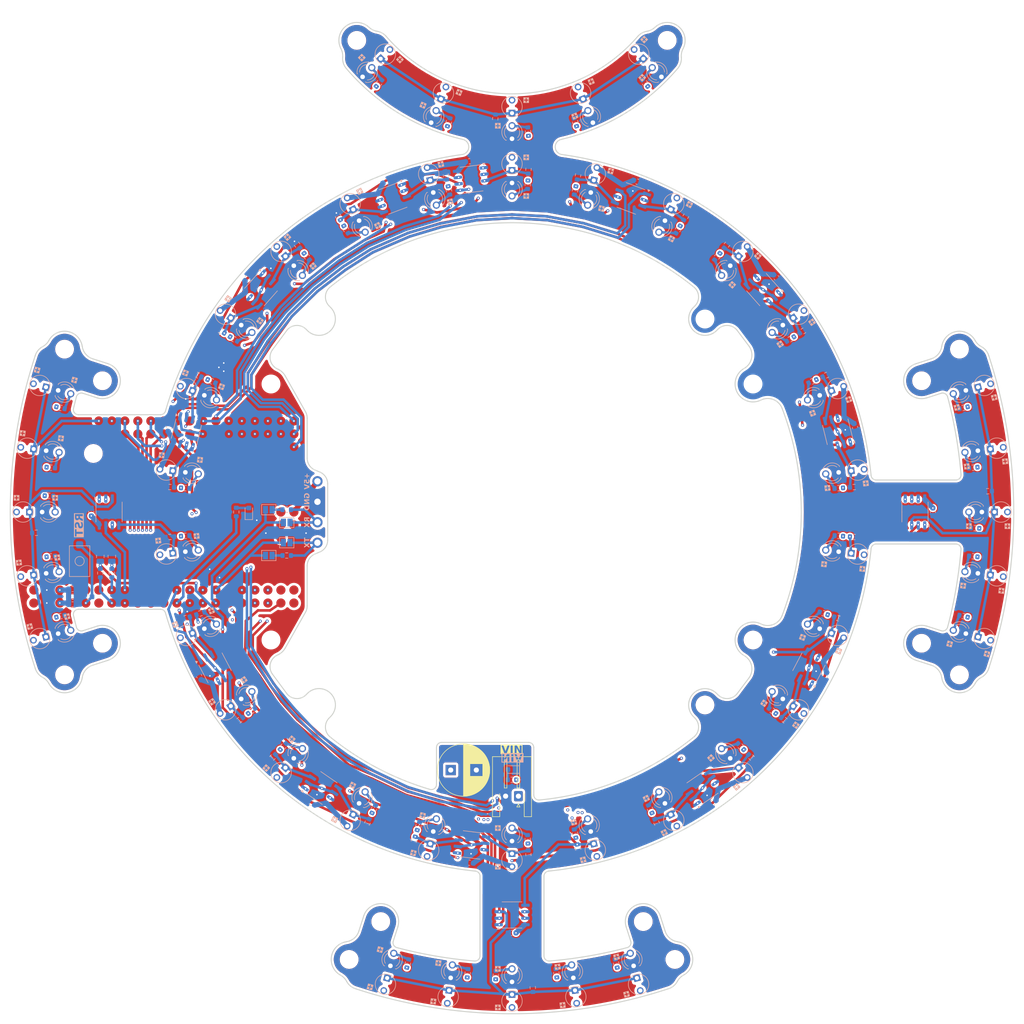
<source format=kicad_pcb>
(kicad_pcb (version 20240108) (generator "pcbnew") (generator_version "8.0")
  (layers (0 "F.Cu" signal) (1 "In1.Cu" signal) (2 "In2.Cu" signal) (31 "B.Cu" signal) (34 "B.Paste" user) (35 "F.Paste" user) (36 "B.SilkS" user "B.Silkscreen") (37 "F.SilkS" user "F.Silkscreen") (38 "B.Mask" user) (39 "F.Mask" user) (44 "Edge.Cuts" user))
  (net 0 "")
  (net 1 "+5V")
  (net 2 "GND")
  (net 3 "RESET")
  (net 6 "Net-(D1-A)")
  (net 7 "Net-(D2-A)")
  (net 8 "Net-(D3-A)")
  (net 9 "Net-(D4-A)")
  (net 10 "Net-(D5-A)")
  (net 11 "Net-(D6-A)")
  (net 12 "Net-(D7-A)")
  (net 13 "Net-(D8-A)")
  (net 14 "Net-(D9-A)")
  (net 15 "Net-(D10-A)")
  (net 16 "Net-(D11-A)")
  (net 17 "Net-(D12-A)")
  (net 18 "Net-(D13-A)")
  (net 19 "Net-(D14-A)")
  (net 20 "Net-(D15-A)")
  (net 21 "Net-(D16-A)")
  (net 22 "Net-(D17-A)")
  (net 23 "Net-(D18-A)")
  (net 24 "Net-(D19-A)")
  (net 25 "Net-(D20-A)")
  (net 26 "Net-(D21-A)")
  (net 27 "Net-(D22-A)")
  (net 28 "Net-(D23-A)")
  (net 29 "Net-(D24-A)")
  (net 30 "Net-(D25-A)")
  (net 31 "Net-(D26-A)")
  (net 32 "Net-(D27-A)")
  (net 33 "Net-(D28-A)")
  (net 34 "Net-(D29-A)")
  (net 35 "Net-(D30-A)")
  (net 36 "Net-(D31-A)")
  (net 37 "Net-(D32-A)")
  (net 38 "Net-(D33-A)")
  (net 39 "Net-(D34-A)")
  (net 40 "Net-(D35-A)")
  (net 41 "Net-(D36-A)")
  (net 42 "Net-(D37-A)")
  (net 43 "Net-(D38-A)")
  (net 44 "Net-(D39-A)")
  (net 45 "Net-(D40-A)")
  (net 46 "Net-(D41-A)")
  (net 47 "Net-(D42-A)")
  (net 48 "Net-(D43-A)")
  (net 49 "Net-(D44-A)")
  (net 50 "Net-(D45-A)")
  (net 51 "Net-(D46-A)")
  (net 52 "Net-(D47-A)")
  (net 53 "Net-(D48-A)")
  (net 54 "PWM")
  (net 55 "PWM2")
  (net 56 "Net-(J2-Pin_3)")
  (net 57 "RX")
  (net 58 "TX")
  (net 59 "Net-(J2-Pin_4)")
  (net 60 "Net-(JP9-A)")
  (net 61 "Net-(JP10-A)")
  (net 62 "Line01")
  (net 63 "Line02")
  (net 64 "Line03")
  (net 65 "Line04")
  (net 66 "Line05")
  (net 67 "Line06")
  (net 68 "Line07")
  (net 69 "Line08")
  (net 70 "Line09")
  (net 71 "Line10")
  (net 72 "Line11")
  (net 73 "Line12")
  (net 74 "Line13")
  (net 75 "Line14")
  (net 76 "Line15")
  (net 77 "Line16")
  (net 78 "Line17")
  (net 79 "Line18")
  (net 80 "Line19")
  (net 81 "Line20")
  (net 82 "Line21")
  (net 83 "Line22")
  (net 84 "Line23")
  (net 85 "Line24")
  (net 86 "Line25")
  (net 87 "Line26")
  (net 88 "Line-F")
  (net 89 "Line-L")
  (net 90 "Line-B")
  (net 91 "Line-R")
  (net 94 "LED_BUILTIN")
  (net 95 "Th")
  (net 96 "02")
  (net 97 "01")
  (net 98 "04")
  (net 99 "03")
  (net 100 "05")
  (net 101 "06")
  (net 102 "07")
  (net 103 "08")
  (net 104 "10")
  (net 105 "09")
  (net 106 "11")
  (net 107 "12")
  (net 108 "14")
  (net 109 "13")
  (net 110 "16")
  (net 111 "15")
  (net 112 "18")
  (net 113 "17")
  (net 114 "19")
  (net 115 "20")
  (net 116 "21")
  (net 117 "22")
  (net 118 "24")
  (net 119 "23")
  (net 120 "25")
  (net 121 "26")
  (net 122 "Th2")
  (net 123 "F")
  (net 124 "L")
  (net 125 "R")
  (net 126 "B")
  (net 147 "unconnected-(U62-PadD35)")
  (footprint "Capacitor_THT:CP_Radial_D10.0mm_P5.00mm" (layer "F.Cu") (at -11.967677 50.4)
    (property "Reference" "C20" (hide yes))
    (property "Value" "1000uF")
  )
  (footprint "MountingHole:MountingHole_3.2mm_M3" (layer "F.Cu") (at -47.070669 -24.999019)
    (property "Reference" "REF**" (hide yes))
    (property "Value" "MountingHole_3.2mm_M3")
  )
  (footprint "MountingHole:MountingHole_3.2mm_M3" (layer "F.Cu") (at 79.994425 -25.636949)
    (property "Reference" "REF**" (hide yes))
    (property "Value" "MountingHole_3.2mm_M3")
  )
  (footprint "@2024TOINIOT2-Line:ATmega2560Pro Board" (layer "F.Cu") (at -67.997521 0.000879)
    (property "Reference" "U62" (hide yes))
    (property "Value" "ATmega2560 Pro Board")
  )
  (footprint "MountingHole:MountingHole_3.2mm_M3" (layer "F.Cu") (at 47.075818 25.000968)
    (property "Reference" "REF**" (hide yes))
    (property "Value" "MountingHole_3.2mm_M3")
  )
  (footprint "MountingHole:MountingHole_3.2mm_M3" (layer "F.Cu") (at 87.393986 31.808854)
    (property "Reference" "REF**" (hide yes))
    (property "Value" "MountingHole_3.2mm_M3")
  )
  (footprint "MountingHole:MountingHole_3.2mm_M3" (layer "F.Cu") (at 87.393986 -31.806892)
    (property "Reference" "REF**" (hide yes))
    (property "Value" "MountingHole_3.2mm_M3")
  )
  (footprint "MountingHole:MountingHole_3.2mm_M3" (layer "F.Cu") (at -47.070669 25.000981)
    (property "Reference" "REF**" (hide yes))
    (property "Value" "MountingHole_3.2mm_M3")
  )
  (footprint "MountingHole:MountingHole_3.2mm_M3" (layer "F.Cu") (at -79.989281 25.638911)
    (property "Reference" "REF**" (hide yes))
    (property "Value" "MountingHole_3.2mm_M3")
  )
  (footprint "MountingHole:MountingHole_3.2mm_M3" (layer "F.Cu") (at -87.388842 -31.806892)
    (property "Reference" "REF**" (hide yes))
    (property "Value" "MountingHole_3.2mm_M3")
  )
  (footprint "MountingHole:MountingHole_3.2mm_M3" (layer "F.Cu") (at 25.640502 79.992834)
    (property "Reference" "REF**" (hide yes))
    (property "Value" "MountingHole_3.2mm_M3")
  )
  (footprint "MountingHole:MountingHole_3.2mm_M3" (layer "F.Cu") (at 31.810445 87.392395)
    (property "Reference" "REF**" (hide yes))
    (property "Value" "MountingHole_3.2mm_M3")
  )
  (footprint "Connector_JST:JST_XH_S2B-XH-A-1_1x02_P2.50mm_Horizontal" (layer "F.Cu") (at 1.25 55.5 180)
    (property "Reference" "J1" (hide yes))
    (property "Value" "VIN")
  )
  (footprint "MountingHole:MountingHole_3.2mm_M3" (layer "F.Cu") (at 30.316322 -92.112824)
    (property "Reference" "REF**" (hide yes))
    (property "Value" "MountingHole_3.2mm_M3")
  )
  (footprint "MountingHole:MountingHole_3.2mm_M3" (layer "F.Cu") (at 79.994425 25.638911)
    (property "Reference" "REF**" (hide yes))
    (property "Value" "MountingHole_3.2mm_M3")
  )
  (footprint "MountingHole:MountingHole_3.2mm_M3" (layer "F.Cu") (at -87.388828 31.808881)
    (property "Reference" "REF**" (hide yes))
    (property "Value" "MountingHole_3.2mm_M3")
  )
  (footprint "@2024TOINIOT2-Line:Connector-MD" (layer "F.Cu") (at -37.997528 0.000877 -90)
    (property "Reference" "J2" (hide yes))
    (property "Value" "Conn_MD")
  )
  (footprint "MountingHole:MountingHole_3.2mm_M3" (layer "F.Cu") (at -37.686219 37.689772)
    (property "Reference" "REF**" (hide yes))
    (property "Value" "MountingHole_3.2mm_M3")
  )
  (footprint "MountingHole:MountingHole_3.2mm_M3" (layer "F.Cu") (at -79.989281 -25.636949)
    (property "Reference" "REF**" (hide yes))
    (property "Value" "MountingHole_3.2mm_M3")
  )
  (footprint "MountingHole:MountingHole_3.2mm_M3" (layer "F.Cu") (at -25.635358 79.992831)
    (property "Reference" "REF**" (hide yes))
    (property "Value" "MountingHole_3.2mm_M3")
  )
  (footprint "MountingHole:MountingHole_3.2mm_M3" (layer "F.Cu") (at -30.311177 -92.112824)
    (property "Reference" "REF**" (hide yes))
    (property "Value" "MountingHole_3.2mm_M3")
  )
  (footprint "MountingHole:MountingHole_3.2mm_M3" (layer "F.Cu") (at 37.691364 -37.687811)
    (property "Reference" "REF**" (hide yes))
    (property "Value" "MountingHole_3.2mm_M3")
  )
  (footprint "MountingHole:MountingHole_3.2mm_M3" (layer "F.Cu") (at -31.805301 87.392395)
    (property "Reference" "REF**" (hide yes))
    (property "Value" "MountingHole_3.2mm_M3")
  )
  (footprint "MountingHole:MountingHole_3.2mm_M3" (layer "F.Cu") (at -81.767428 -11.429019)
    (property "Reference" "REF**" (hide yes))
    (property "Value" "MountingHole_3.2mm_M3")
  )
  (footprint "MountingHole:MountingHole_3.2mm_M3" (layer "F.Cu") (at 37.691363 37.689772)
    (property "Reference" "REF**" (hide yes))
    (property "Value" "MountingHole_3.2mm_M3")
  )
  (footprint "MountingHole:MountingHole_3.2mm_M3" (layer "F.Cu") (at -37.68622 -37.687811)
    (property "Reference" "REF**" (hide yes))
    (property "Value" "MountingHole_3.2mm_M3")
  )
  (footprint "MountingHole:MountingHole_3.2mm_M3" (layer "F.Cu") (at 47.075813 -24.999019)
    (property "Reference" "REF**" (hide yes))
    (property "Value" "MountingHole_3.2mm_M3")
  )
  (footprint "@2024TOINIOT2-Line:NJL7502L" (layer "B.Cu") (at 92.24837 24.718096 165)
    (property "Reference" "U42" (hide yes))
    (property "Value" "~")
  )
  (footprint "@2024TOINIOT2-Line:NJL7502L" (layer "B.Cu") (at -13.391465 -81.83478 -112.5)
    (property "Reference" "U30" (hide yes))
    (property "Value" "~")
  )
  (footprint "Resistor_SMD:R_0603_1608Metric" (layer "B.Cu") (at -78.158064 11.926479 90)
    (property "Reference" "R81" (hide yes))
    (property "Value" "1K")
  )
  (footprint "Resistor_SMD:R_0603_1608Metric" (layer "B.Cu") (at 32.432922 -55.173978 -120.446)
    (property "Reference" "R55" (hide yes))
    (property "Value" "75")
  )
  (footprint "@2024TOINIOT2-Line:NJL7502L" (layer "B.Cu") (at 92.24837 -24.716342 -165)
    (property "Reference" "U46" (hide yes))
    (property "Value" "~")
  )
  (footprint "@2024TOINIOT2-Line:NJL7502L" (layer "B.Cu") (at -95.498664 0.000876)
    (property "Reference" "U34" (hide yes))
    (property "Value" "~")
  )
  (footprint "@2024TOINIOT2-Line:LED-3mm" (layer "B.Cu") (at -62.538057 -7.593939 -6.924)
    (property "Reference" "D7" (hide yes))
    (property "Value" "Wh/Rd")
  )
  (footprint "Jumper:SolderJumper-2_P1.3mm_Open_Pad1.0x1.5mm" (layer "B.Cu") (at -44 6 180)
    (property "Reference" "JP8" (hide yes))
    (property "Value" "Jumper_2_Small_Open")
  )
  (footprint "Resistor_SMD:R_0603_1608Metric" (layer "B.Cu") (at 0 52.300006)
    (property "Reference" "R88" (hide yes))
    (property "Value" "330")
  )
  (footprint "@2024TOINIOT2-Line:LED-3mm" (layer "B.Cu") (at 0.00028 63.000878 89.998)
    (property "Reference" "D14" (hide yes))
    (property "Value" "Wh/Rd")
  )
  (footprint "@2024TOINIOT2-Line:LED-3mm" (layer "B.Cu") (at 0.002454 90.500877 90)
    (property "Reference" "D39" (hide yes))
    (property "Value" "Wh/Rd")
  )
  (footprint "Resistor_SMD:R_0603_1608Metric" (layer "B.Cu") (at -66.820006 4.875181 -175.828)
    (property "Reference" "R8" (hide yes))
    (property "Value" "Line-PDWN")
  )
  (footprint "Resistor_SMD:R_0603_1608Metric" (layer "B.Cu") (at 12.317283 62.804897 101.094)
    (property "Reference" "R45" (hide yes))
    (property "Value" "75")
  )
  (footprint "@2024TOINIOT2-Line:NJL7502L" (layer "B.Cu") (at 94.685438 -12.464375 -172.5)
    (property "Reference" "U45" (hide yes))
    (property "Value" "~")
  )
  (footprint "@2024TOINIOT2-Line:LED-3mm" (layer "B.Cu") (at 90.502454 0.000877 180)
    (property "Reference" "D44" (hide yes))
    (property "Value" "Wh/Rd")
  )
  (footprint "Capacitor_SMD:C_0805_2012Metric" (layer "B.Cu") (at -80.408064 8.676479 90)
    (property "Reference" "C22" (hide yes))
    (property "Value" "10uF")
  )
  (footprint "Package_SO:SOP-8_3.9x4.9mm_P1.27mm" (layer "B.Cu") (at -7.894856 65.023045 -6.925)
    (property "Reference" "U54" (hide yes))
    (property "Value" "LM393")
  )
  (footprint "Capacitor_SMD:C_0603_1608Metric" (layer "B.Cu") (at -61.094719 32.065383 -62.309)
    (property "Reference" "C5" (hide yes))
    (property "Value" "100nF")
  )
  (footprint "Resistor_SMD:R_0603_1608Metric" (layer "B.Cu") (at -19.136425 64.209158 -106.598)
    (property "Reference" "R13" (hide yes))
    (property "Value" "Line-PDWN")
  )
  (footprint "Capacitor_SMD:C_0603_1608Metric" (layer "B.Cu") (at -39.19559 56.785661 -34.617)
    (property "Reference" "C6" (hide yes))
    (property "Value" "100nF")
  )
  (footprint "@2024TOINIOT2-Line:LED-3mm" (layer "B.Cu") (at -23.42067 87.417164 75)
    (property "Reference" "D37" (hide yes))
    (property "Value" "Wh/Rd")
  )
  (footprint "@2024TOINIOT2-Line:NJL7502L" (layer "B.Cu") (at -24.746283 -89.421827 -135)
    (property "Reference" "U31" (hide yes))
    (property "Value" "~")
  )
  (footprint "Resistor_SMD:R_0603_1608Metric" (layer "B.Cu") (at 28.254273 60.753117 -65.06)
    (property "Reference" "R16" (hide yes))
    (property "Value" "Line-PDWN")
  )
  (footprint "Resistor_SMD:R_0603_1608Metric" (layer "B.Cu") (at -90.442415 -3.157535 -2)
    (property "Reference" "R64" (hide yes))
    (property "Value" "75")
  )
  (footprint "Resistor_SMD:R_0603_1608Metric" (layer "B.Cu") (at 90.085811 -8.673171 -174.5)
    (property "Reference" "R75" (hide yes))
    (property "Value" "75")
  )
  (footprint "Resistor_SMD:R_0603_1608Metric" (layer "B.Cu") (at 12.901425 -65.745731 78.9)
    (property "Reference" "R26" (hide yes))
    (property "Value" "Line-PDWN")
  )
  (footprint "Resistor_SMD:R_0603_1608Metric" (layer "B.Cu") (at 66.825084 -4.871094 4.17)
    (property "Reference" "R21" (hide yes))
    (property "Value" "Line-PDWN")
  )
  (footprint "@2024TOINIOT2-Line:LED-3mm" (layer "B.Cu") (at -90.498664 0.000876)
    (property "Reference" "D34" (hide yes))
    (property "Value" "Wh/Rd")
  )
  (footprint "Package_SO:SOP-8_3.9x4.9mm_P1.27mm" (layer "B.Cu") (at -23.223894 -61.242778 -159.231)
    (property "Reference" "U48" (hide yes))
    (property "Value" "LM393")
  )
  (footprint "@2024TOINIOT2-Line:LED-3mm" (layer "B.Cu") (at 51.848828 35.791324 145.382)
    (property "Reference" "D18" (hide yes))
    (property "Value" "Wh/Rd")
  )
  (footprint "Resistor_SMD:R_0603_1608Metric" (layer "B.Cu") (at -32.424162 -55.176242 -59.558)
    (property "Reference" "R33" (hide yes))
    (property "Value" "75")
  )
  (footprint "@2024TOINIOT2-Line:LED-3mm" (layer "B.Cu") (at -15.304883 -77.215382 67.5)
    (property "Reference" "D30" (hide yes))
    (property "Value" "Wh/Rd")
  )
  (footprint "Resistor_SMD:R_0603_1608Metric" (layer "B.Cu") (at -26.988409 58.030983 65.056)
    (property "Reference" "R42" (hide yes))
    (property "Value" "75")
  )
  (footprint "@2024TOINIOT2-Line:NJL7502L" (layer "B.Cu") (at -45.089451 -50.898215 -48.462)
    (property "Reference" "U4" (hide yes))
    (property "Value" "~")
  )
  (footprint "Resistor_SMD:R_0603_1608Metric" (layer "B.Cu") (at -41.969064 -52.223558 128.788)
    (property "Reference" "R4" (hide yes))
    (property "Value" "Line-PDWN")
  )
  (footprint "Package_SO:SOP-8_3.9x4.9mm_P1.27mm" (layer "B.Cu") (at -78.702918 0.000879 -90)
    (property "Reference" "U51" (hide yes))
    (property "Value" "LM393")
  )
  (footprint "@2024TOINIOT2-Line:LED-3mm" (layer "B.Cu") (at -15.076378 61.169727 76.152)
    (property "Reference" "D13" (hide yes))
    (property "Value" "Wh/Rd")
  )
  (footprint "Resistor_SMD:R_0603_1608Metric" (layer "B.Cu") (at -3.155948 90.445739 88)
    (property "Reference" "R69" (hide yes))
    (property "Value" "75")
  )
  (footprint "Resistor_SMD:R_0603_1608Metric" (layer "B.Cu") (at 54.359059 -33.783133 -148.138)
    (property "Reference" "R53" (hide yes))
    (property "Value" "75")
  )
  (footprint "LED_SMD:LED_0603_1608Metric" (layer "B.Cu") (at 0 50.300006 180)
    (property "Reference" "D48" (hide yes))
    (property "Value" "PWR")
  )
  (footprint "Package_SO:SOP-8_3.9x4.9mm_P1.27mm" (layer "B.Cu") (at -49.024567 -43.434116 -131.539)
    (property "Reference" "U49" (hide yes))
    (property "Value" "LM393")
  )
  (footprint "Resistor_SMD:R_0603_1608Metric" (layer "B.Cu") (at -88.178037 -20.3572 -13)
    (property "Reference" "R62" (hide yes))
    (property "Value" "75")
  )
  (footprint "Capacitor_SMD:C_0603_1608Metric" (layer "B.Cu") (at -82.165251 -0.010999 -90)
    (property "Reference" "C4" (hide yes))
    (property "Value" "100nF")
  )
  (footprint "Jumper:SolderJumper-2_P1.3mm_Open_Pad1.0x1.5mm" (layer "B.Cu") (at -47.497528 -0.45 180)
    (property "Reference" "JP9" (hide yes))
    (property "Value" "Jumper_2_Small_Open")
  )
  (footprint "@2024TOINIOT2-Line:LED-3mm" (layer "B.Cu") (at -89.723306 -11.811744 -7.5)
    (property "Reference" "D33" (hide yes))
    (property "Value" "Wh/Rd")
  )
  (footprint "@2024TOINIOT2-Line:NJL7502L" (layer "B.Cu") (at -92.243462 -24.716342 -15)
    (property "Reference" "U32" (hide yes))
    (property "Value" "~")
  )
  (footprint "@2024TOINIOT2-Line:NJL7502L" (layer "B.Cu") (at -55.960008 -38.628124 -34.616)
    (property "Reference" "U5" (hide yes))
    (property "Value" "~")
  )
  (footprint "Capacitor_SMD:C_0603_1608Metric" (layer "B.Cu") (at -85.823064 15.051479)
    (property "Reference" "C19" (hide yes))
    (property "Value" "100nF")
  )
  (footprint "@2024TOINIOT2-Line:LED-3mm" (layer "B.Cu") (at 62.543545 -7.589573 -173.08)
    (property "Reference" "D21" (hide yes))
    (property "Value" "Wh/Rd")
  )
  (footprint "Package_SO:SOP-8_3.9x4.9mm_P1.27mm" (layer "B.Cu") (at -63.593979 -15.675236 -103.847)
    (property "Reference" "U50" (hide yes))
    (property "Value" "LM393")
  )
  (footprint "Resistor_SMD:R_0603_1608Metric" (layer "B.Cu") (at -25.975486 -83.754317 49.5)
    (property "Reference" "R61" (hide yes))
    (property "Value" "75")
  )
  (footprint "@2024TOINIOT2-Line:LED-3mm" (layer "B.Cu") (at -29.276728 55.783743 62.306)
    (property "Reference" "D12" (hide yes))
    (property "Value" "Wh/Rd")
  )
  (footprint "@2024TOINIOT2-Line:NJL7502L" (layer "B.Cu") (at 24.751191 -89.421827 -45)
    (property "Reference" "U27" (hide yes))
    (property "Value" "~")
  )
  (footprint "@2024TOINIOT2-Line:LED-3mm" (layer "B.Cu") (at 87.418741 -23.422247 -165)
    (property "Reference" "D46" (hide yes))
    (property "Value" "Wh/Rd")
  )
  (footprint "Resistor_SMD:R_0603_1608Metric" (layer "B.Cu") (at -12.358244 -76.128296 72)
    (property "Reference" "R60" (hide yes))
    (property "Value" "75")
  )
  (footprint "@2024TOINIOT2-Line:LED-3mm" (layer "B.Cu") (at 15.309792 -77.215382 112.5)
    (property "Reference" "D28" (hide yes))
    (property "Value" "Wh/Rd")
  )
  (footprint "Capacitor_SMD:C_0805_2012Metric" (layer "B.Cu") (at -78.158064 8.676479 90)
    (property "Reference" "C21" (hide yes))
    (property "Value" "10uF")
  )
  (footprint "@2024TOINIOT2-Line:LED-3mm" (layer "B.Cu") (at 28.286725 -85.886293 135)
    (property "Reference" "D27" (hide yes))
    (property "Value" "Wh/Rd")
  )
  (footprint "Capacitor_SMD:C_0603_1608Metric" (layer "B.Cu") (at 0.00247 82.201479)
    (property "Reference" "C14" (hide yes))
    (property "Value" "100nF")
  )
  (footprint "@2024TOINIOT2-Line:LED-3mm" (layer "B.Cu") (at 87.418741 23.424001 165)
    (property "Reference" "D42" (hide yes))
    (property "Value" "Wh/Rd")
  )
  (footprint "Capacitor_SMD:C_0603_1608Metric" (layer "B.Cu") (at 24.47446 -64.513632 159.227)
    (property "Reference" "C12" (hide yes))
    (property "Value" "100nF")
  )
  (footprint "Package_SO:SOP-8_3.9x4.9mm_P1.27mm" (layer "B.Cu") (at 63.600031 -15.670796 103.843)
    (property "Reference" "U59" (hide yes))
    (property "Value" "LM393")
  )
  (footprint "Resistor_SMD:R_0603_1608Metric" (layer "B.Cu") (at 50.866691 38.844529 142.632)
    (property "Reference" "R48" (hide yes))
    (property "Value" "75")
  )
  (footprint "Resistor_SMD:R_0603_1608Metric" (layer "B.Cu") (at 88.182948 -20.357201 -167)
    (property "Reference" "R76" (hide yes))
    (property "Value" "75")
  )
  (footprint "Package_SO:SOP-8_3.9x4.9mm_P1.27mm" (layer "B.Cu") (at 57.998418 30.442972 62.305)
    (property "Reference" "U57" (hide yes))
    (property "Value" "LM393")
  )
  (footprint "@2024TOINIOT2-Line:LED-3mm" (layer "B.Cu") (at 58.907422 22.343833 159.228)
    (property "Reference" "D19" (hide yes))
    (property "Value" "Wh/Rd")
  )
  (footprint "@2024TOINIOT2-Line:LED-3mm" (layer "B.Cu") (at 23.425578 87.417164 105)
    (property "Reference" "D41" (hide yes))
    (property "Value" "Wh/Rd")
  )
  (footprint "@2024TOINIOT2-Line:LED-3mm" (layer "B.Cu") (at 41.782118 -47.152718 -131.542)
    (property "Reference" "D24" (hide yes))
    (property "Value" "Wh/Rd")
  )
  (footprint "Resistor_SMD:R_0603_1608Metric" (layer "B.Cu") (at 46.784559 47.963722 -45.714)
    (property "Reference" "R17" (hide yes))
    (property "Value" "Line-PDWN")
  )
  (footprint "@2024TOINIOT2-Line:NJL7502L" (layer "B.Cu") (at -92.243463 24.718096 15)
    (property "Reference" "U36" (hide yes))
    (property "Value" "~")
  )
  (footprint "@2024TOINIOT2-Line:NJL7502L" (layer "B.Cu") (at -63.579143 24.112645 20.768)
    (property "Reference" "U9" (hide yes))
    (property "Value" "~")
  )
  (footprint "Resistor_SMD:R_0603_1608Metric" (layer "B.Cu") (at -90.080901 8.674909 5.5)
    (property "Reference" "R65" (hide yes))
    (property "Value" "75")
  )
  (footprint "@2024TOINIOT2-Line:NJL7502L" (layer "B.Cu") (at 55.967663 -38.624217 -145.388)
    (property "Reference" "U23" (hide yes))
    (property "Value" "~")
  )
  (footprint "@2024TOINIOT2-Line:NJL7502L" (layer "B.Cu") (at -16.270808 -66.023208 -76.154)
    (property "Reference" "U2" (hide yes))
    (property "Value" "~")
  )
  (footprint "@2024TOINIOT2-Line:LED-3mm" (layer "B.Cu") (at 29.277792 55.785787 117.69)
    (property "Reference" "D16" (hide yes))
    (property "Value" "Wh/Rd")
  )
  (footprint "Resistor_SMD:R_0603_1608Metric" (layer "B.Cu") (at -53.248883 40.661607 -142.636)
    (property "Reference" "R10" (hide yes))
    (property "Value" "Line-PDWN")
  )
  (footprint "Resistor_SMD:R_0603_1608Metric" (layer "B.Cu") (at 40.098133 -49.882351 -128.792)
    (property "Reference" "R54" (hide yes))
    (property "Value" "75")
  )
  (footprint "Package_SO:SOP-8_3.9x4.9mm_P1.27mm" (layer "B.Cu") (at 0.00247 78.70629)
    (property "Reference" "U55" (hide yes))
    (property "Value" "LM393")
  )
  (footprint "Resistor_SMD:R_0603_1608Metric" (layer "B.Cu") (at -3.267 -76.813139 -95)
    (property "Reference" "R27" (hide yes))
    (property "Value" "Line-PDWN2")
  )
  (footprint "LED_SMD:LED_0603_1608Metric" (layer "B.Cu") (at -51.4 0 90)
    (property "Reference" "D47" (hide yes))
    (property "Value" "LED01")
  )
  (footprint "Resistor_SMD:R_0603_1608Metric" (layer "B.Cu") (at 61.438015 -26.732467 23.516)
    (property "Reference" "R22" (hide yes))
    (property "Value" "Line-PDWN")
  )
  (footprint "@2024TOINIOT2-Line:NJL7502L" (layer "B.Cu") (at 0.002479 -67.999121 -90)
    (property "Reference" "U1" (hide yes))
    (property "Value" "~")
  )
  (footprint "@2024TOINIOT2-Line:NJL7502L" (layer "B.Cu") (at -45.091228 50.898399 48.46)
    (property "Reference" "U11" (hide yes))
    (property "Value" "~")
  )
  (footprint "Capacitor_SMD:C_0603_1608Metric" (layer "B.Cu") (at -85.823064 16.551479)
    (property "Reference" "C17" (hide yes))
    (property "Value" "100nF")
  )
  (footprint "Resistor_SMD:R_0603_1608Metric" (layer "B.Cu") (at -20.355615 88.181362 77)
    (property "Reference" "R67" (hide yes))
    (property "Value" "75")
  )
  (footprint "Resistor_SMD:R_0603_1608Metric" (layer "B.Cu") (at 25.980361 -83.75432 130.5)
    (property "Reference" "R57" (hide yes))
    (property "Value" "75")
  )
  (footprint "@2024TOINIOT2-Line:LED-3mm" (layer "B.Cu") (at 62.54275 7.59788 173.074)
    (property "Reference" "D20" (hide yes))
    (property "Value" "Wh/Rd")
  )
  (footprint "@2024TOINIOT2-Line:LED-3mm" (layer "B.Cu") (at 15.083471 -61.167443 -103.85)
    (property "Reference" "D26" (hide yes))
    (property "Value" "Wh/Rd")
  )
  (footprint "@2024TOINIOT2-Line:LED-3mm" (layer "B.Cu") (at 89.728213 -11.811744 -172.5)
    (property "Reference" "D45" (hide yes))
    (property "Value" "Wh/Rd")
  )
  (footprint "@2024TOINIOT2-Line:LED-3mm" (layer "B.Cu") (at -58.904024 22.339721 20.768)
    (property "Reference" "D9" (hide yes))
    (property "Value" "Wh/Rd")
  )
  (footprint "Package_SO:SOP-8_3.9x4.9mm_P1.27mm" (layer "B.Cu") (at 37.208476 53.907871 34.613)
    (property "Reference" "U56" (hide yes))
    (property "Value" "LM393")
  )
  (footprint "Resistor_SMD:R_0603_1608Metric" (layer "B.Cu") (at 63.833026 -4.652946 -175.83)
    (property "Reference" "R51" (hide yes))
    (property "Value" "75")
  )
  (footprint "Package_SO:SOP-8_3.9x4.9mm_P1.27mm" (layer "B.Cu") (at 49.029525 -43.434116 131.539)
    (property "Reference" "U60" (hide yes))
    (property "Value" "LM393")
  )
  (footprint "@2024TOINIOT2-Line:NJL7502L" (layer "B.Cu") (at -31.600475 60.210955 62.306)
    (property "Reference" "U12" (hide yes))
    (property "Value" "~")
  )
  (footprint "Resistor_SMD:R_0603_1608Metric" (layer "B.Cu") (at -90.080901 -8.673169 -5.5)
    (property "Reference" "R63" (hide yes))
    (property "Value" "75")
  )
  (footprint "@2024TOINIOT2-Line:NJL7502L" (layer "B.Cu") (at -12.462797 94.683861 82.5)
    (property "Reference" "U38" (hide yes))
    (property "Value" "~")
  )
  (footprint "@2024TOINIOT2-Line:LED-3mm" (layer "B.Cu") (at -62.538322 7.593514 6.922)
    (property "Reference" "D8" (hide yes))
    (property "Value" "Wh/Rd")
  )
  (footprint "Resistor_SMD:R_0603_1608Metric" (layer "B.Cu") (at -8.671585 90.084227 84.5)
    (property "Reference" "R68" (hide yes))
    (property "Value" "75")
  )
  (footprint "@2024TOINIOT2-Line:NJL7502L" (layer "B.Cu") (at -31.598373 -60.2103 -62.308)
    (property "Reference" "U3" (hide yes))
    (property "Value" "~")
  )
  (footprint "Resistor_SMD:R_0603_1608Metric" (layer "B.Cu") (at -12.891927 -65.746631 101.096)
    (property "Reference" "R2" (hide yes))
    (property "Value" "Line-PDWN")
  )
  (footprint "Resistor_SMD:R_0603_1608Metric" (layer "B.Cu") (at -50.864495 38.840977 37.364)
    (property "Reference" "R40" (hide yes))
    (property "Value" "75")
  )
  (footprint "@2024TOINIOT2-Line:NJL7502L" (layer "B.Cu") (at 12.467706 94.683861 97.5)
    (property "Reference" "U40" (hide yes))
    (property "Value" "~")
  )
  (footprint "@2024TOINIOT2-Line:LED-3mm" (layer "B.Cu") (at -28.281817 -85.886293 45)
    (property "Reference" "D31" (hide yes))
    (property "Value" "Wh/Rd")
  )
  (footprint "Resistor_SMD:R_0603_1608Metric" (layer "B.Cu") (at 3.216989 -66.921965 87.25)
    (property "Reference" "R1" (hide yes))
    (property "Value" "Line-PDWN")
  )
  (footprint "Resistor_SMD:R_0603_1608Metric" (layer "B.Cu") (at -66.819835 -4.87576 175.826)
    (property "Reference" "R7" (hide yes))
    (property "Value" "Line-PDWN")
  )
  (footprint "Resistor_SMD:R_0603_1608Metric" (layer "B.Cu") (at -46.783 47.960456 -134.29)
    (property "Reference" "R11" (hide yes))
    (property "Value" "Line-PDWN")
  )
  (footprint "@2024TOINIOT2-Line:NJL7502L" (layer "B.Cu") (at 31.601229 60.213161 117.69)
    (property "Reference" "U16" (hide yes))
    (property "Value" "~")
  )
  (footprint "Resistor_SMD:R_0603_1608Metric" (layer "B.Cu") (at 41.977618 -52.220628 51.208)
    (property "Reference" "R24" (hide yes))
    (property "Value" "Line-PDWN")
  )
  (footprint "@2024TOINIOT2-Line:NJL7502L" (layer "B.Cu") (at -55.961357 38.627929 34.614)
    (property "Reference" "U10" (hide yes))
    (property "Value" "~")
  )
  (footprint "Resistor_SMD:R_0603_1608Metric" (layer "B.Cu") (at -88.178036 20.358939 13)
    (property "Reference" "R66" (hide yes))
    (property "Value" "75")
  )
  (footprint "@2024TOINIOT2-Line:LED-3mm" (layer "B.Cu") (at 58.909761 -22.335907 -159.234)
    (property "Reference" "D22" (hide yes))
    (property "Value" "Wh/Rd")
  )
  (footprint "@2024TOINIOT2-Line:LED-3mm" (layer "B.Cu") (at 41.77718 47.15885 131.536)
    (property "Reference" "D17" (hide yes))
    (property "Value" "Wh/Rd")
  )
  (footprint "Resistor_SMD:R_0603_1608Metric" (layer "B.Cu") (at 12.323859 -62.801853 -101.1)
    (property "Reference" "R56" (hide yes))
    (property "Value" "75")
  )
  (footprint "@2024TOINIOT2-Line:NJL7502L" (layer "B.Cu") (at -24.714765 92.246793 75)
    (property "Reference" "U37" (hide yes))
    (property "Value" "~")
  )
  (footprint "Resistor_SMD:R_0603_1608Metric" (layer "B.Cu") (at -44 8.5 180)
    (property "Reference" "R87" (hide yes))
    (property "Value" "100")
  )
  (footprint "Resistor_SMD:R_0603_1608Metric" (layer "B.Cu") (at 92.912821 -4.055624 -177.5)
    (property "Reference" "R30" (hide yes))
    (property "Value" "Line-PDWN2")
  )
  (footprint "@2024TOINIOT2-Line:LED-3mm" (layer "B.Cu") (at -58.903244 -22.340019 -20.77)
    (property "Reference" "D6" (hide yes))
    (property "Value" "Wh/Rd")
  )
  (footprint "Resistor_SMD:R_0603_1608Metric" (layer "B.Cu") (at -63.711824 20.725032 -161.982)
    (property "Reference" "R9" (hide yes))
    (property "Value" "Line-PDWN")
  )
  (footprint "Resistor_SMD:R_0603_1608Metric" (layer "B.Cu") (at 26.989266 58.032867 114.94)
    (property "Reference" "R46" (hide yes))
    (property "Value" "75")
  )
  (footprint "@2024TOINIOT2-Line:NJL7502L" (layer "B.Cu") (at 67.507122 -8.19199 -173.08)
    (property "Reference" "U21" (hide yes))
    (property "Value" "~")
  )
  (footprint "@2024TOINIOT2-Line:LED-3mm" (layer "B.Cu") (at -89.723306 11.813497 7.5)
    (property "Reference" "D35" (hide yes))
    (property "Value" "Wh/Rd")
  )
  (footprint "@2024TOINIOT2-Line:NJL7502L" (layer "B.Cu") (at -94.680531 -12.464375 -7.5)
    (property "Reference" "U33" (hide yes))
    (property "Value" "~")
  )
  (footprint "Resistor_SMD:R_0603_1608Metric" (layer "B.Cu") (at -63.827955 4.656928 4.172)
    (property "Reference" "R38" (hide yes))
    (property "Value" "75")
  )
  (footprint "Resistor_SMD:R_0603_1608Metric" (layer "B.Cu") (at 88.182946 20.358942 167)
    (property "Reference" "R72" (hide yes))
    (property "Value" "75")
  )
  (footprint "@2024TOINIOT2-Line:LED-3mm" (layer "B.Cu") (at 0.002455 -74.170564 90)
    (property "Reference" "D29" (hide yes))
    (property "Value" "Wh/Rd")
  )
  (footprint "Resistor_SMD:R_0603_1608Metric" (layer "B.Cu") (at 66.824573 4.879845 -4.176)
    (property "Reference" "R20" (hide yes))
    (property "Value" "Line-PDWN")
  )
  (footprint "Resistor_SMD:R_0603_1608Metric" (layer "B.Cu") (at 4.057939 92.912464 92.5)
    (property "Reference" "R29" (hide yes))
    (property "Value" "Line-PDWN2")
  )
  (footprint "Package_SO:SOP-8_3.9x4.9mm_P1.27mm" (layer "B.Cu") (at -37.207282 53.905273 -34.617)
    (property "Reference" "U53" (hide yes))
    (property "Value" "LM393")
  )
  (footprint "Resistor_SMD:R_0603_1608Metric" (layer "B.Cu") (at 3.073054 -63.92542 -92.75)
    (property "Reference" "R31" (hide yes))
    (property "Value" "75")
  )
  (footprint "Capacitor_SMD:C_0603_1608Metric" (layer "B.Cu") (at -8.31446 -68.496044 -173.077)
    (property "Reference" "C1" (hide yes))
    (property "Value" "100nF")
  )
  (footprint "Resistor_SMD:R_0603_1608Metric" (layer "B.Cu") (at 63.832538 4.661384 175.824)
    (property "Reference" "R50" (hide yes))
    (property "Value" "75")
  )
  (footprint "Capacitor_SMD:C_0603_1608Metric" (layer "B.Cu") (at -85.823064 18.051479)
    (property "Reference" "C16" (hide yes))
    (property "Value" "100nF")
  )
  (footprint "Resistor_SMD:R_0603_1608Metric" (layer "B.Cu") (at -60.858947 19.797085 18.018)
    (property "Reference" "R39" (hide yes))
    (property "Value" "75")
  )
  (footprint "Resistor_SMD:R_0603_1608Metric" (layer "B.Cu") (at 56.907026 -35.366758 31.862)
    (property "Reference" "R23" (hide yes))
    (property "Value" "Line-PDWN")
  )
  (footprint "@2024TOINIOT2-Line:NJL7502L" (layer "B.Cu") (at 0.000106 68.000878 89.998)
    (property "Reference" "U14" (hide yes))
    (property "Value" "~")
  )
  (footprint "Capacitor_SMD:C_0603_1608Metric" (layer "B.Cu") (at 39.196583 56.788397 34.613)
    (property "Reference" "C8" (hide yes))
    (property "Value" "100nF")
  )
  (footprint "@2024TOINIOT2-Line:LED-3mm" (layer "B.Cu") (at -41.775514 47.155934 48.46)
    (property "Reference" "D11" (hide yes))
    (property "Value" "Wh/Rd")
  )
  (footprint "Resistor_SMD:R_0603_1608Metric" (layer "B.Cu") (at 90.085811 8.674911 174.5)
    (property "Reference" "R73" (hide yes))
    (property "Value" "75")
  )
  (footprint "@2024TOINIOT2-Line:NJL7502L" (layer "B.Cu") (at 31.607534 -60.208094 -117.696)
    (property "Reference" "U25" (hide yes))
    (property "Value" "~")
  )
  (footprint "@2024TOINIOT2-Line:LED-3mm" (layer "B.Cu") (at -87.413833 -23.422247 -15)
    (property "Reference" "D32" (hide yes))
    (property "Value" "Wh/Rd")
  )
  (footprint "@2024TOINIOT2-Line:NJL7502L" (layer "B.Cu") (at 0.002455 -79.170564 -90)
    (property "Reference" "U29" (hide yes))
    (property "Value" "~")
  )
  (footprint "@2024TOINIOT2-Line:LED-3mm" (layer "B.Cu") (at 51.852576 -35.784137 -145.388)
    (property "Reference" "D23" (hide yes))
    (property "Value" "Wh/Rd")
  )
  (footprint "@2024TOINIOT2-Line:NJL7502L" (layer "B.Cu") (at 45.097963 -50.895066 -131.542)
    (property "Reference" "U24" (hide yes))
    (property "Value" "~")
  )
  (footprint "@2024TOINIOT2-Line:NJL7502L" (layer "B.Cu") (at 16.273462 66.025534 103.844)
    (property "Reference" "U15" (hide yes))
    (property "Value" "~")
  )
  (footprint "@2024TOINIOT2-Line:NJL7502L" (layer "B.Cu") (at 24.719673 92.246793 105)
    (property "Reference" "U41" (hide yes))
    (property "Value" "~")
  )
  (footprint "@2024TOINIOT2-Line:NJL7502L" (layer "B.Cu") (at 63.584943 -24.108668 -159.234)
    (property "Reference" "U22" (hide yes))
    (property "Value" "~")
  )
  (footprint "Resistor_SMD:R_0603_1608Metric" (layer "B.Cu") (at 20.360526 88.181361 103)
    (property "Reference" "R71" (hide yes))
    (property "Value" "75")
  )
  (footprint "Resistor_SMD:R_0603_1608Metric" (layer "B.Cu") (at 8.676497 90.084225 95.5)
    (property "Reference" "R70" (hide yes))
    (property "Value" "75")
  )
  (footprint "@2024TOINIOT2-Line:NJL7502L" (layer "B.Cu") (at 63.582417 24.117084 159.228)
    (property "Reference" "U19" (hide yes))
    (property "Value" "~")
  )
  (footprint "Resistor_SMD:R_0603_1608Metric" (layer "B.Cu") (at 53.250953 40.665324 -37.368)
    (property "Reference" "R18" (hide yes))
    (property "Value" "Line-PDWN")
  )
  (footprint "Resistor_SMD:R_0603_1608Metric" (layer "B.Cu") (at -61.431241 -26.736756 156.48)
    (property "Reference" "R6" (hide yes))
    (property "Value" "Line-PDWN")
  )
  (footprint "Resistor_SMD:R_0603_1608Metric" (layer "B.Cu") (at -18.27946 61.334159 73.402)
    (property "Reference" "R43" (hide yes))
    (property "Value" "75")
  )
  (footprint "Package_SO:SOP-8_3.9x4.9mm_P1.27mm" (layer "B.Cu") (at -7.892586 -65.021563 -173.077)
    (property "Reference" "U47" (hide yes))
    (property "Value" "LM393")
  )
  (footprint "Resistor_SMD:R_0603_1608Metric" (layer "B.Cu") (at -33.944159 -57.762669 120.442)
    (property "Reference" "R3" (hide yes))
    (property "Value" "Line-PDWN")
  )
  (footprint "Resistor_SMD:R_0603_1608Metric" (layer "B.Cu") (at -40.089743 -49.88515 -51.212)
    (property "Reference" "R34" (hide yes))
    (property "Value" "75")
  )
  (footprint "@2024TOINIOT2-Line:LED-3mm" (layer "B.Cu") (at -15.074243 -61.168495 -76.154)
    (property "Reference" "D2" (hide yes))
    (property "Value" "Wh/Rd")
  )
  (footprint "Capacitor_SMD:C_0603_1608Metric" (layer "B.Cu") (at 82.201936 0.000879 90)
    (property "Reference" "C15" (hide yes))
    (property "Value" "100nF")
  )
  (footprint "@2024TOINIOT2-Line:LED-3mm" (layer "B.Cu") (at -51.846369 35.787705 34.614)
    (property "Reference" "D10" (hide yes))
    (property "Value" "Wh/Rd")
  )
  (footprint "@2024TOINIOT2-Line:NJL7502L" (layer "B.Cu") (at 94.685438 12.466128 172.5)
    (property "Reference" "U43" (hide yes))
    (property "Value" "~")
  )
  (footprint "Capacitor_SMD:C_0603_1608Metric" (layer "B.Cu") (at 61.097438 32.069649 62.305)
    (property "Reference" "C9" (hide yes))
    (property "Value" "100nF")
  )
  (footprint "Capacitor_SMD:C_0603_1608Metric" (layer "B.Cu") (at -51.644333 -45.75507 -131.539)
    (property "Reference" "C3" (hide yes))
    (property "Value" "100nF")
  )
  (footprint "@2024TOINIOT2-Line:NJL7502L" (layer "B.Cu") (at 67.506264 8.200817 173.074)
    (property "Reference" "U20" (hide yes))
    (property "Value" "~")
  )
  (footprint "@2024TOINIOT2-Line:LED-3mm" (layer "B.Cu") (at 0.002479 -62.999121 -90)
    (property "Reference" "D1" (hide yes))
    (property "Value" "Wh/Rd")
  )
  (footprint "@2024TOINIOT2-Line:NJL7502L" (layer "B.Cu") (at 55.963618 38.631836 145.382)
    (property "Reference" "U18" (hide yes))
    (property "Value" "~")
  )
  (footprint "@2024TOINIOT2-Line:LED-3mm" (layer "B.Cu") (at 11.815075 89.726636 97.5)
    (property "Reference" "D40" (hide yes))
    (property "Value" "Wh/Rd")
  )
  (footprint "@2024TOINIOT2-Line:LED-3mm" (layer "B.Cu") (at -41.773868 -47.155634 -48.462)
    (property "Reference" "D4" (hide yes))
    (property "Value" "Wh/Rd")
  )
  (footprint "Capacitor_SMD:C_0603_1608Metric" (layer "B.Cu") (at 66.998373 -16.508214 103.843)
    (property "Reference" "C10" (hide yes))
    (property "Value" "100nF")
  )
  (footprint "@2024TOINIOT2-Line:NJL7502L" (layer "B.Cu") (at 45.092633 50.901547 131.536)
    (property "Reference" "U17" (hide yes))
    (property "Value" "~")
  )
  (footprint "@2024TOINIOT2-Line:NJL7502L" (layer "B.Cu") (at 0.002454 95.500877 90)
    (property "Reference" "U39" (hide yes))
    (property "Value" "~")
  )
  (footprint "Resistor_SMD:R_0603_1608Metric" (layer "B.Cu") (at 3.214653 66.92383 -87.252)
    (property "Reference" "R14" (hide yes))
    (property "Value" "Line-PDWN")
  )
  (footprint "@2024TOINIOT2-Line:NJL7502L" (layer "B.Cu") (at -67.501592 -8.196702 -6.924)
    (property "Reference" "U7" (hide yes))
    (property "Value" "~")
  )
  (footprint "@2024TOINIOT2-Line:NJL7502L" (layer "B.Cu") (at -94.680531 12.466127 7.5)
    (property "Reference" "U35" (hide yes))
    (property "Value" "~")
  )
  (footprint "@2024TOINIOT2-Line:NJL7502L" (layer "B.Cu") (at -63.578301 -24.113106 -20.77)
    (property "Reference" "U6" (hide yes))
    (property "Value" "~")
  )
  (footprint "@2024TOINIOT2-Line:LED-3mm" (layer "B.Cu") (at -87.413834 23.424 15)
    (property "Reference" "D36" (hide yes))
    (property "Value" "Wh/Rd")
  )
  (footprint "@2024TOINIOT2-Line:LED-3mm" (layer "B.Cu") (at -29.274781 -55.783007 -62.308)
    (property "Reference" "D3" (hide yes))
    (property "Value" "Wh/Rd")
  )
  (footprint "Resistor_SMD:R_0603_1608Metric" (layer "B.Cu") (at 12.894541 65.748835 -78.906)
    (property "Reference" "R15" (hide yes))
    (property "Value" "Line-PDWN")
  )
  (footprint "Resistor_SMD:R_0603_1608Metric" (layer "B.Cu") (at -54.351794 -33.786927 -31.866)
    (property "Reference" "R35" (hide yes))
    (property "Value" "75")
  )
  (footprint "Resistor_SMD:R_0603_1608Metric" (layer "B.Cu") (at 44.689839 45.816132 134.286)
    (property "Reference" "R47" (hide yes))
    (property "Value" "75")
  )
  (footprint "@2024TOINIOT2-Line:NJL7502L" (layer "B.Cu") (at 13.396374 -81.83478 -67.5)
    (property "Reference" "U28" (hide yes))
    (property "Value" "~")
  )
  (footprint "Resistor_SMD:R_0603_1608Metric" (layer "B.Cu") (at -43.997528 -0.45 180)
    (property "Reference" "R86" (hide yes))
    (property "Value" "100")
  )
  (footprint "Capacitor_SMD:C_0603_1608Metric" (layer "B.Cu") (at -82.8 16.551479)
    (property "Reference" "C18" (hide yes))
    (property "Value" "100nF")
  )
  (footprint "Capacitor_SMD:C_0603_1608Metric" (layer "B.Cu") (at -24.464998 -64.51534 -159.231)
    (property "Reference" "C2" (hide yes))
    (property "Value" "100nF")
  )
  (footprint "@2024TOINIOT2-Line:Tactile1" (layer "B.Cu") (at -84.45 9.6 90)
    (property "Reference" "SW1" (hide yes))
    (property "Value" "RESET")
  )
  (footprint "Resistor_SMD:R_0603_1608Metric" (layer "B.Cu") (at 60.862472 19.801334 161.978)
    (property "Reference" "R49" (hide yes))
    (property "Value" "75")
  )
  (footprint "Capacitor_SMD:C_0603_1608Metric" (layer "B.Cu") (at -8.316851 68.497512 -6.925)
    (property "Reference" "C7" (hide yes))
    (property "Value" "100nF")
  )
  (footprint "Resistor_SMD:R_0603_1608Metric" (layer "B.Cu") (at 58.68717 -25.535452 -156.484)
    (property "Reference" "R52" (hide yes))
    (property "Value" "75")
  )
  (footprint "Resistor_SMD:R_0603_1608Metric" (layer "B.Cu") (at -53.85 0.001479 90)
    (property "Reference" "R79" (hide yes))
    (property "Value" "330")
  )
  (footprint "@2024TOINIOT2-Line:LED-3mm" (layer "B.Cu") (at 89.728213 11.813497 172.5)
    (property "Reference" "D43" (hide yes))
    (property "Value" "Wh/Rd")
  )
  (footprint "Resistor_SMD:R_0603_1608Metric" (layer "B.Cu") (at -63.827792 -4.657403 -4.174)
    (property "Reference" "R37" (hide yes))
    (property "Value" "75")
  )
  (footprint "Resistor_SMD:R_0603_1608Metric" (layer "B.Cu") (at -12.314567 -62.802713 -78.904)
    (property "Reference" "R32" (hide yes))
    (property "Value" "75")
  )
  (footprint "Capacitor_SMD:C_0603_1608Metric" (layer "B.Cu") (at 51.652485 -45.751464 131.535)
    (property "Reference" "C11" (hide yes))
    (property "Value" "100nF")
  )
  (footprint "Jumper:SolderJumper-2_P1.3mm_Open_Pad1.0x1.5mm" (layer "B.Cu") (at -43.997528 2.05 180)
    (property "Reference" "JP7" (hide yes))
    (property "Value" "Jumper_2_Small_Open")
  )
  (footprint "@2024TOINIOT2-Line:NJL7502L" (layer "B.Cu") (at 16.280376 -66.022072 -103.85)
    (property "Reference" "U26" (hide yes))
    (property "Value" "~")
  )
  (footprint "@2024TOINIOT2-Line:NJL7502L" (layer "B.Cu") (at -16.273113 66.024398 76.152)
    (property "Reference" "U13" (hide yes))
    (property "Value" "~")
  )
  (footprint "@2024TOINIOT2-Line:LED-3mm" (layer "B.Cu") (at -11.810166 89.726636 82.5)
    (property "Reference" "D38" (hide yes))
    (property "Value" "Wh/Rd")
  )
  (footprint "Package_SO:SOP-8_3.9x4.9mm_P1.27mm" (layer "B.Cu") (at 23.228852 -61.242778 159.231)
    (property "Reference" "U61" (hide yes))
    (property "Value" "LM393")
  )
  (footprint "Resistor_SMD:R_0603_1608Metric" (layer "B.Cu") (at 33.9531 -57.7603 59.554)
    (property "Reference" "R25" (hide yes))
    (property "Value" "Line-PDWN")
  )
  (footprint "Resistor_SMD:R_0603_1608Metric" (layer "B.Cu") (at 12.363119 -76.128299 108)
    (property "Reference" "R58" (hide yes))
    (property "Value" "75")
  )
  (footprint "Resistor_SMD:R_0603_1608Metric" (layer "B.Cu") (at 90.447325 3.159274 178)
    (property "Reference" "R74" (hide yes))
    (property "Value" "75")
  )
  (footprint "Package_SO:SOP-8_3.9x4.9mm_P1.27mm" (layer "B.Cu") (at -57.995585 30.438923 -62.309)
    (property "Reference" "U52" (hide yes))
    (property "Value" "LM393")
  )
  (footprint "Resistor_SMD:R_0603_1608Metric" (layer "B.Cu") (at -58.680478 -25.539549 -23.52)
    (property "Reference" "R36" (hide yes))
    (property "Value" "75")
  )
  (footprint "Resistor_SMD:R_0603_1608Metric" (layer "B.Cu") (at -44.688129 45.813012 45.71)
    (property "Reference" "R41" (hide yes))
    (property "Value" "75")
  )
  (footprint "Resistor_SMD:R_0603_1608Metric" (layer "B.Cu") (at 63.715285 20.729481 -18.022)
    (property "Reference" "R19" (hide yes))
    (property "Value" "Line-PDWN")
  )
  (footprint "Capacitor_SMD:C_0603_1608Metric" (layer "B.Cu") (at -66.992263 -16.512891 -103.847)
    (property "Reference" "C13" (hide yes))
    (property "Value" "100nF")
  )
  (footprint "Jumper:SolderJumper-2_P1.3mm_Open_Pad1.0x1.5mm" (layer "B.Cu") (at -47.5 8.5 180)
    (property "Reference" "JP10" (hide yes))
    (property "Value" "Jumper_2_Small_Open")
  )
  (footprint "@2024TOINIOT2-Line:LED-3mm" (layer "B.Cu") (at 15.077066 61.17078 103.844)
    (property "Reference" "D15" (hide yes))
    (property "Value" "Wh/Rd")
  )
  (footprint "Resistor_SMD:R_0603_1608Metric" (layer "B.Cu") (at 3.070823 63.92728 92.748)
    (property "Reference" "R44" (hide yes))
    (property "Value" "75")
  )
  (footprint "@2024TOINIOT2-Line:NJL7502L" (layer "B.Cu") (at -67.501878 8.196104 6.922)
    (property "Reference" "U8" (hide yes))
    (property "Value" "~")
  )
  (footprint "@2024TOINIOT2-Line:LED-3mm" (layer "B.Cu") (at -51.84512 -35.787756 -34.616)
    (property "Reference" "D5" (hide yes))
    (property "Value" "Wh/Rd")
  )
  (footprint "@2024TOINIOT2-Line:LED-3mm" (layer "B.Cu") (at 29.283633 -55.780963 -117.696)
    (property "Reference" "D25" (hide yes))
    (property "Value" "Wh/Rd")
  )
  (footprint "Resistor_SMD:R_0603_1608Metric" (layer "B.Cu") (at 3.1408 -74.293863 94.5)
    (property "Reference" "R59" (hide yes))
    (property "Value" "75")
  )
  (footprint "Resistor_SMD:R_0603_1608Metric" (layer "B.Cu") (at -92.910149 4.057582 2.5)
    (property "Reference" "R28" (hide yes))
    (property "Value" "Line-PDWN2")
  )
  (footprint "Resistor_SMD:R_0603_1608Metric" (layer "B.Cu") (at -56.899649 -35.370731 148.134)
    (property "Reference" "R5" (hide yes))
    (property "Value" "Line-PDWN")
  )
  (footprint "Package_SO:SOP-8_3.9x4.9mm_P1.27mm" (layer "B.Cu") (at 78.707876 0.000879 90)
    (property "Reference" "U58" (hide yes))
    (property "Value" "LM393")
  )
  (footprint "Resistor_SMD:R_0603_1608Metric" (layer "B.Cu") (at -28.253606 60.751145 -114.944)
    (property "Reference" "R12" (hide yes))
    (property "Value" "Line-PDWN")
  )
  (footprint "Resistor_SMD:R_0603_1608Metric" (layer "B.Cu") (at -80.408064 11.926479 90)
    (property "Reference" "R84" (hide yes))
    (property "Value" "1K")
  )
  (footprint "@2024TOINIOT2-Line:NJL7502L" (layer "B.Cu") (at 95.502454 0.000877 180)
    (property "Reference" "U44" (hide yes))
    (property "Value" "~")
  )
  (gr_arc (start -45.774232 -27.92448) (mid -44.922921 -27.369853) (end -44.288407 -26.576298) (stroke (width 0.2)) (layer "Edge.Cuts"))
  (gr_arc (start 6.250002 71.131479) (mid 6.507911 70.46118) (end 7.148603 70.136633) (stroke (width 0.2)) (layer "Edge.Cuts"))
  (gr_arc (start 83.930385 -32.328708) (mid 86.774091 -35.253003) (end 90.456258 -33.498063) (stroke (width 0.2)) (layer "Edge.Cuts"))
  (gr_arc (start -7.148599 70.136633) (mid -6.507907 70.46118) (end -6.249998 71.131479) (stroke (width 0.2)) (layer "Edge.Cuts"))
  (gr_arc (start 45.339152 28.040202) (mid 43.982134 23.358336) (end 48.62096 21.860784) (stroke (width 0.2)) (layer "Edge.Cuts"))
  (gr_arc (start 32.366794 -86.627991) (mid 22.10025 -77.86951) (end 9.605475 -72.771125) (stroke (width 0.2)) (layer "Edge.Cuts"))
  (gr_line (start -44.288407 26.576296) (end -40.324348 19.573026) (stroke (width 0.2)) (layer "Edge.Cuts"))
  (gr_arc (start 52.748368 20.244995) (mid 51.041189 21.963603) (end 48.62096 21.860784) (stroke (width 0.2)) (layer "Edge.Cuts"))
  (gr_arc (start -33.49806 90.456255) (mid -32.812124 90.975369) (end -32.301711 91.6678) (stroke (width 0.2)) (layer "Edge.Cuts"))
  (gr_arc (start 85.078063 -22.488298) (mid 86.717687 -14.968069) (end 87.693914 -7.333334) (stroke (width 0.2)) (layer "Edge.Cuts"))
  (gr_arc (start 78.923608 28.970923) (mid 76.658861 24.569682) (end 81.060102 22.304935) (stroke (width 0.2)) (layer "Edge.Cuts"))
  (gr_arc (start -35.707705 -40.233192) (mid -36.436446 -42.133088) (end -35.511232 -43.945447) (stroke (width 0.2)) (layer "Edge.Cuts"))
  (gr_line (start -78.923604 -28.970925) (end -81.879424 -29.918286) (stroke (width 0.2)) (layer "Edge.Cuts"))
  (gr_arc (start 24.569337 -92.897081) (mid 0.000002 -81.671426) (end -24.569333 -92.897081) (stroke (width 0.2)) (layer "Edge.Cuts"))
  (gr_arc (start -45.774232 -27.92448) (mid -47.162333 -29.519433) (end -46.831576 -31.607806) (stroke (width 0.2)) (layer "Edge.Cuts"))
  (gr_arc (start 86.697392 6.249999) (mid 87.433372 6.572996) (end 87.693914 7.333332) (stroke (width 0.2)) (layer "Edge.Cuts"))
  (gr_arc (start 27.91906 -94.666344) (mid 27.192958 -94.163431) (end 26.351872 -93.893765) (stroke (width 0.2)) (layer "Edge.Cuts"))
  (gr_arc (start -39.951531 35.426049) (mid -35.426048 35.426049) (end -35.426048 39.951532) (stroke (width 0.2)) (layer "Edge.Cuts"))
  (gr_arc (start 87.693914 7.333332) (mid 86.717687 14.968067) (end 85.078063 22.488296) (stroke (width 0.2)) (layer "Edge.Cuts"))
  (gr_line (start -40.324348 -19.573028) (end -44.288407 -26.576298) (stroke (width 0.2)) (layer "Edge.Cuts"))
  (gr_arc (start 91.667803 -32.301714) (mid 90.975375 -32.812132) (end 90.456258 -33.498063) (stroke (width 0.2)) (layer "Edge.Cuts"))
  (gr_line (start -37.53846 -7.807693) (end -38.461536 -8.192309) (stroke (width 0.2)) (layer "Edge.Cuts"))
  (gr_arc (start -90.456254 -33.498063) (mid -86.774084 -35.253004) (end -83.930381 -32.328708) (stroke (width 0.2)) (layer "Edge.Cuts"))
  (gr_line (start -83.80605 -23.185033) (end -81.060098 -22.304937) (stroke (width 0.2)) (layer "Edge.Cuts"))
  (gr_arc (start -30.593154 93.102409) (mid -31.585746 92.54983) (end -32.301711 91.6678) (stroke (width 0.2)) (layer "Edge.Cuts"))
  (gr_arc (start 27.91906 -94.666344) (mid 32.43663 -94.8965) (end 33.408315 -90.478668) (stroke (width 0.2)) (layer "Edge.Cuts"))
  (gr_line (start 35.426052 39.951532) (end 35.707709 40.23319) (stroke (width 0.2)) (layer "Edge.Cuts"))
  (gr_arc (start -9.605471 -72.771125) (mid -8.44599 -71.242898) (end -9.737311 -69.824314) (stroke (width 0.2)) (layer "Edge.Cuts"))
  (gr_line (start 78.923608 28.970923) (end 81.879428 29.918284) (stroke (width 0.2)) (layer "Edge.Cuts"))
  (gr_line (start 40.233193 35.707706) (end 39.951535 35.426049) (stroke (width 0.2)) (layer "Edge.Cuts"))
  (gr_arc (start 90.456258 33.498061) (mid 90.975375 32.81213) (end 91.667803 32.301712) (stroke (width 0.2)) (layer "Edge.Cuts"))
  (gr_arc (start 9.737315 -69.824314) (mid 50.76439 -48.920619) (end 70.136636 -7.148602) (stroke (width 0.2)) (layer "Edge.Cuts"))
  (gr_arc (start 39.951535 -35.426051) (mid 35.426052 -35.426051) (end 35.426052 -39.951534) (stroke (width 0.2)) (layer "Edge.Cuts"))
  (gr_arc (start 22.304938 81.060099) (mid 24.569685 76.658858) (end 28.970926 78.923605) (stroke (width 0.2)) (layer "Edge.Cuts"))
  (gr_arc (start -40.324348 -19.573028) (mid -40.082434 -18.978287) (end -39.999998 -18.341546) (stroke (width 0.2)) (layer "Edge.Cuts"))
  (gr_arc (start 71.131482 -6.250001) (mid 70.461183 -6.50791) (end 70.136636 -7.148602) (stroke (width 0.2)) (layer "Edge.Cuts"))
  (gr_arc (start 24.569337 -92.897081) (mid 25.373183 -93.551774) (end 26.351872 -93.893765) (stroke (width 0.2)) (layer "Edge.Cuts"))
  (gr_arc (start -40.233189 35.707706) (mid -42.133085 36.436447) (end -43.945444 35.511233) (stroke (width 0.2)) (layer "Edge.Cuts"))
  (gr_line (start -43.945444 35.511233) (end -46.831576 31.607804) (stroke (width 0.2)) (layer "Edge.Cuts"))
  (gr_arc (start -43.945444 -35.511235) (mid -42.133085 -36.436445) (end -40.233189 -35.707708) (stroke (width 0.2)) (layer "Edge.Cuts"))
  (gr_arc (start 90.456258 33.498061) (mid 86.774091 35.253001) (end 83.930385 32.328706) (stroke (width 0.2)) (layer "Edge.Cuts"))
  (gr_arc (start -35.999998 5.499999) (mid -36.419872 6.88675) (end -37.53846 7.807691) (stroke (width 0.2)) (layer "Edge.Cuts"))
  (gr_arc (start -14.749998 46) (mid -14.457105 45.292893) (end -13.749998 45) (stroke (width 0.2)) (layer "Edge.Cuts"))
  (gr_arc (start -22.488295 85.07806) (mid -23.109795 84.591663) (end -23.18503 83.806051) (stroke (width 0.2)) (layer "Edge.Cuts"))
  (gr_arc (start 22.488299 85.07806) (mid 14.96807 86.717684) (end 7.333335 87.693911) (stroke (width 0.2)) (layer "Edge.Cuts"))
  (gr_arc (start -83.930381 32.328706) (mid -86.77408 35.253011) (end -90.456254 33.498061) (stroke (width 0.2)) (layer "Edge.Cuts"))
  (gr_line (start -23.18503 83.806051) (end -22.304934 81.060099) (stroke (width 0.2)) (layer "Edge.Cuts"))
  (gr_arc (start -46.831576 31.607804) (mid -47.162358 29.519415) (end -45.774232 27.924478) (stroke (width 0.2)) (layer "Edge.Cuts"))
  (gr_arc (start -33.49806 90.456255) (mid -35.253001 86.774085) (end -32.328705 83.930382) (stroke (width 0.2)) (layer "Edge.Cuts"))
  (gr_arc (start 48.620955 -21.860799) (mid 51.041183 -21.963619) (end 52.748363 -20.245011) (stroke (width 0.2)) (layer "Edge.Cuts"))
  (gr_line (start -81.060098 22.304935) (end -83.80605 23.185031) (stroke (width 0.2)) (layer "Edge.Cuts"))
  (gr_arc (start 33.071439 -88.824677) (mid 32.938707 -87.655895) (end 32.366794 -86.627991) (stroke (width 0.2)) (layer "Edge.Cuts"))
  (gr_arc (start -91.667799 32.301712) (mid -92.54983 31.585748) (end -93.102408 30.593155) (stroke (width 0.2)) (layer "Edge.Cuts"))
  (gr_arc (start -44.288407 26.576296) (mid -44.922933 27.369837) (end -45.774232 27.924478) (stroke (width 0.2)) (layer "Edge.Cuts"))
  (gr_arc (start -39.999998 10.499999) (mid -39.580124 9.113248) (end -38.461536 8.192307) (stroke (width 0.2)) (layer "Edge.Cuts"))
  (gr_arc (start -7.148599 70.136633) (mid -45.116483 54.173358) (end -67.685747 19.720279) (stroke (width 0.2)) (layer "Edge.Cuts"))
  (gr_arc (start -68.645828 18.999999) (mid -68.045697 19.200075) (end -67.685747 19.720279) (stroke (width 0.2)) (layer "Edge.Cuts"))
  (gr_line (start 81.060102 -22.304937) (end 83.806054 -23.185033) (stroke (width 0.2)) (layer "Edge.Cuts"))
  (gr_arc (start -85.643163 20.229884) (mid -85.454128 19.379455) (end -84.669945 18.999999) (stroke (width 0.2)) (layer "Edge.Cuts"))
  (gr_arc (start 30.593158 93.102409) (mid 0.000002 97.999999) (end -30.593154 93.102409) (stroke (width 0.2)) (layer "Edge.Cuts"))
  (gr_line (start 46.311818 32.364574) (end 43.945448 35.511233) (stroke (width 0.2)) (layer "Edge.Cuts"))
  (gr_line (start 22.304938 81.060099) (end 23.185034 83.806051) (stroke (width 0.2)) (layer "Edge.Cuts"))
  (gr_arc (start -29.918283 81.879425) (mid -30.831036 83.248615) (end -32.328705 83.930382) (stroke (width 0.2)) (layer "Edge.Cuts"))
  (gr_line (start 35.707709 -40.233192) (end 35.426052 -39.951534) (stroke (width 0.2)) (layer "Edge.Cuts"))
  (gr_arc (start 93.102412 30.593155) (mid 92.549836 31.58575) (end 91.667803 32.301712) (stroke (width 0.2)) (layer "Edge.Cuts"))
  (gr_arc (start 83.806054 -23.185033) (mid 84.591666 -23.1098) (end 85.078063 -22.488298) (stroke (width 0.2)) (layer "Edge.Cuts"))
  (gr_arc (start -81.060098 22.304935) (mid -76.658853 24.569682) (end -78.923604 28.970923) (stroke (width 0.2)) (layer "Edge.Cuts"))
  (gr_arc (start -16.033782 54.177188) (mid -26.275354 50.018552) (end -35.511232 43.945445) (stroke (width 0.2)) (layer "Edge.Cuts"))
  (gr_line (start 86.697392 -6.250001) (end 71.131482 -6.250001) (stroke (width 0.2)) (layer "Edge.Cuts"))
  (gr_line (start -40.233189 -35.707708) (end -39.951531 -35.426051) (stroke (width 0.2)) (layer "Edge.Cuts"))
  (gr_line (start -35.426048 -39.951534) (end -35.707705 -40.233192) (stroke (width 0.2)) (layer "Edge.Cuts"))
  (gr_line (start -46.831576 -31.607806) (end -43.945444 -35.511235) (stroke (width 0.2)) (layer "Edge.Cuts"))
  (gr_arc (start -67.685747 -19.720281) (mid -68.045714 -19.2001) (end -68.645828 -19.000001) (stroke (width 0.2)) (layer "Edge.Cuts"))
  (gr_arc (start -78.923604 -28.970925) (mid -76.658855 -24.569684) (end -81.060098 -22.304937) (stroke (width 0.2)) (layer "Edge.Cuts"))
  (gr_line (start 81.879428 -29.918286) (end 78.923608 -28.970925) (stroke (width 0.2)) (layer "Edge.Cuts"))
  (gr_arc (start 32.328709 83.930382) (mid 35.253004 86.774088) (end 33.498064 90.456255) (stroke (width 0.2)) (layer "Edge.Cuts"))
  (gr_arc (start 32.301715 91.6678) (mid 31.585753 92.549833) (end 30.593158 93.102409) (stroke (width 0.2)) (layer "Edge.Cuts"))
  (gr_arc (start 35.511236 -43.945447) (mid 36.436448 -42.133088) (end 35.707709 -40.233192) (stroke (width 0.2)) (layer "Edge.Cuts"))
  (gr_line (start -39.999998 18.341544) (end -39.999998 10.499999) (stroke (width 0.2)) (layer "Edge.Cuts"))
  (gr_line (start 71.131482 6.249999) (end 86.697392 6.249999) (stroke (width 0.2)) (layer "Edge.Cuts"))
  (gr_line (start 29.918287 81.879425) (end 28.970926 78.923605) (stroke (width 0.2)) (layer "Edge.Cuts"))
  (gr_arc (start -39.999998 18.341544) (mid -40.082456 18.97828) (end -40.324348 19.573026) (stroke (width 0.2)) (layer "Edge.Cuts"))
  (gr_arc (start 81.060102 -22.304937) (mid 76.658861 -24.569684) (end 78.923608 -28.970925) (stroke (width 0.2)) (layer "Edge.Cuts"))
  (gr_arc (start -9.605471 -72.771125) (mid -22.100246 -77.86951) (end -32.36679 -86.627991) (stroke (width 0.2)) (layer "Edge.Cuts"))
  (gr_line (start -6.249998 71.131479) (end -6.249998 86.697389) (stroke (width 0.2)) (layer "Edge.Cuts"))
  (gr_arc (start 7.333335 87.693911) (mid 6.572999 87.433369) (end 6.250002 86.697389) (stroke (width 0.2)) (layer "Edge.Cuts"))
  (gr_arc (start 40.233193 -35.707708) (mid 42.133089 -36.436447) (end 43.945448 -35.511235) (stroke (width 0.2)) (layer "Edge.Cuts"))
  (gr_arc (start 93.102412 -30.593157) (mid 98.000002 -0.000001) (end 93.102412 30.593155) (stroke (width 0.2)) (layer "Edge.Cuts"))
  (gr_arc (start -35.511232 -43.945447) (mid 0.000002 -56.500001) (end 35.511236 -43.945447) (stroke (width 0.2)) (layer "Edge.Cuts"))
  (gr_arc (start -83.930381 32.328706) (mid -83.248629 30.831024) (end -81.879424 29.918284) (stroke (width 0.2)) (layer "Edge.Cuts"))
  (gr_arc (start 23.185034 83.806051) (mid 23.109801 84.591663) (end 22.488299 85.07806) (stroke (width 0.2)) (layer "Edge.Cuts"))
  (gr_line (start -85.078059 22.488296) (end -85.643163 20.229884) (stroke (width 0.2)) (layer "Edge.Cuts"))
  (gr_line (start -39.951531 35.426049) (end -40.233189 35.707706) (stroke (width 0.2)) (layer "Edge.Cuts"))
  (gr_arc (start 70.136636 7.1486) (mid 70.461183 6.507908) (end 71.131482 6.249999) (stroke (width 0.2)) (layer "Edge.Cuts"))
  (gr_arc (start -38.461536 -8.192309) (mid -39.580123 -9.113251) (end -39.999998 -10.500001) (stroke (width 0.2)) (layer "Edge.Cuts"))
  (gr_line (start 43.945448 -35.511235) (end 46.31181 -32.364588) (stroke (width 0.2)) (layer "Edge.Cuts"))
  (gr_arc (start 35.707709 40.23319) (mid 36.436448 42.133086) (end 35.511236 43.945445) (stroke (width 0.2)) (layer "Edge.Cuts"))
  (gr_arc (start -7.333331 87.693911) (mid -14.968066 86.717684) (end -22.488295 85.07806) (stroke (width 0.2)) (layer "Edge.Cuts"))
  (gr_line (start -39.999998 -10.500001) (end -39.999998 -18.341546) (stroke (width 0.2)) (layer "Edge.Cuts"))
  (gr_arc (start -83.80605 23.185031) (mid -84.591675 23.109817) (end -85.078059 22.488296) (stroke (width 0.2)) (layer "Edge.Cuts"))
  (gr_arc (start 32.328709 83.930382) (mid 30.831039 83.248621) (end 29.918287 81.879425) (stroke (width 0.2)) (layer "Edge.Cuts"))
  (gr_line (start -38.461536 8.192307) (end -37.53846 7.807691) (stroke (width 0.2)) (layer "Edge.Cuts"))
  (gr_line (start 6.250002 86.697389) (end 6.250002 71.131479) (stroke (width 0.2)) (layer "Edge.Cuts"))
  (gr_arc (start -67.685747 -19.720281) (mid -46.110584 -53.329766) (end -9.737311 -69.824314) (stroke (width 0.2)) (layer "Edge.Cuts"))
  (gr_line (start -84.669945 18.999999) (end -68.645828 18.999999) (stroke (width 0.2)) (layer "Edge.Cuts"))
  (gr_arc (start 35.426052 39.951532) (mid 35.426052 35.426049) (end 39.951535 35.426049) (stroke (width 0.2)) (layer "Edge.Cuts"))
  (gr_arc (start 33.071439 -88.824677) (mid 33.121152 -89.675854) (end 33.408315 -90.478668) (stroke (width 0.2)) (layer "Edge.Cuts"))
  (gr_arc (start -6.249998 86.697389) (mid -6.572991 87.433376) (end -7.333331 87.693911) (stroke (width 0.2)) (layer "Edge.Cuts"))
  (gr_arc (start 35.511236 43.945445) (mid 21.333768 52.317495) (end 5.344597 56.246646) (stroke (width 0.2)) (layer "Edge.Cuts"))
  (gr_arc (start 3.250002 45) (mid 3.957109 45.292893) (end 4.250002 46) (stroke (width 0.2)) (layer "Edge.Cuts"))
  (gr_arc (start -93.102408 -30.593157) (mid -92.549829 -31.585749) (end -91.667799 -32.301714) (stroke (width 0.2)) (layer "Edge.Cuts"))
  (gr_arc (start -93.102408 30.593155) (mid -97.999998 -0.000001) (end -93.102408 -30.593157) (stroke (width 0.2)) (layer "Edge.Cuts"))
  (gr_arc (start -32.36679 -86.627991) (mid -32.938701 -87.655895) (end -33.071435 -88.824677) (stroke (width 0.2)) (layer "Edge.Cuts"))
  (gr_line (start -68.645828 -19.000001) (end -84.669945 -19.000001) (stroke (width 0.2)) (layer "Edge.Cuts"))
  (gr_line (start 3.250002 45) (end -13.749998 45) (stroke (width 0.2)) (layer "Edge.Cuts"))
  (gr_arc (start -28.970922 78.923605) (mid -24.569681 76.658856) (end -22.304934 81.060099) (stroke (width 0.2)) (layer "Edge.Cuts"))
  (gr_arc (start 81.879428 29.918284) (mid 83.248624 30.831036) (end 83.930385 32.328706) (stroke (width 0.2)) (layer "Edge.Cuts"))
  (gr_arc (start -84.669945 -19.000001) (mid -85.454092 -19.379485) (end -85.643163 -20.229886) (stroke (width 0.2)) (layer "Edge.Cuts"))
  (gr_arc (start -26.351868 -93.893765) (mid -25.373185 -93.551766) (end -24.569333 -92.897081) (stroke (width 0.2)) (layer "Edge.Cuts"))
  (gr_line (start 83.806054 23.185031) (end 81.060102 22.304935) (stroke (width 0.2)) (layer "Edge.Cuts"))
  (gr_arc (start 46.31181 -32.364588) (mid 46.779651 -29.987783) (end 45.339145 -28.040216) (stroke (width 0.2)) (layer "Edge.Cuts"))
  (gr_line (start 4.250002 55.25113) (end 4.250002 46) (stroke (width 0.2)) (layer "Edge.Cuts"))
  (gr_arc (start -91.667799 32.301712) (mid -90.975377 32.812135) (end -90.456254 33.498061) (stroke (width 0.2)) (layer "Edge.Cuts"))
  (gr_arc (start 45.339152 28.040202) (mid 46.779659 29.987769) (end 46.311818 32.364574) (stroke (width 0.2)) (layer "Edge.Cuts"))
  (gr_arc (start -33.408311 -90.478668) (mid -33.121143 -89.675854) (end -33.071435 -88.824677) (stroke (width 0.2)) (layer "Edge.Cuts"))
  (gr_arc (start 70.136636 7.1486) (mid 49.85103 49.851027) (end 7.148603 70.136633) (stroke (width 0.2)) (layer "Edge.Cuts"))
  (gr_line (start -85.643163 -20.229886) (end -85.078059 -22.488298) (stroke (width 0.2)) (layer "Edge.Cuts"))
  (gr_arc (start -26.351868 -93.893765) (mid -27.192957 -94.163426) (end -27.919056 -94.666344) (stroke (width 0.2)) (layer "Edge.Cuts"))
  (gr_arc (start 32.301715 91.6678) (mid 32.812133 90.975372) (end 33.498064 90.456255) (stroke (width 0.2)) (layer "Edge.Cuts"))
  (gr_arc (start 91.667803 -32.301714) (mid 92.549836 -31.585752) (end 93.102412 -30.593157) (stroke (width 0.2)) (layer "Edge.Cuts"))
  (gr_arc (start -85.078059 -22.488298) (mid -84.591671 -23.109812) (end -83.80605 -23.185033) (stroke (width 0.2)) (layer "Edge.Cuts"))
  (gr_arc (start -14.749998 53.218299) (mid -15.151577 54.019481) (end -16.033782 54.177188) (stroke (width 0.2)) (layer "Edge.Cuts"))
  (gr_arc (start 9.737315 -69.824314) (mid 8.445991 -71.242895) (end 9.605475 -72.771125) (stroke (width 0.2)) (layer "Edge.Cuts"))
  (gr_line (start 39.951535 -35.426051) (end 40.233193 -35.707708) (stroke (width 0.2)) (layer "Edge.Cuts"))
  (gr_arc (start 43.945448 35.511233) (mid 42.133089 36.436445) (end 40.233193 35.707706) (stroke (width 0.2)) (layer "Edge.Cuts"))
  (gr_arc (start -35.426048 -39.951534) (mid -35.426048 -35.426051) (end -39.951531 -35.426051) (stroke (width 0.2)) (layer "Edge.Cuts"))
  (gr_line (start -35.999998 5.499999) (end -35.999998 -5.500001) (stroke (width 0.2)) (layer "Edge.Cuts"))
  (gr_arc (start 83.930385 -32.328708) (mid 83.248624 -30.831038) (end 81.879428 -29.918286) (stroke (width 0.2)) (layer "Edge.Cuts"))
  (gr_arc (start -33.408311 -90.478668) (mid -32.436624 -94.896493) (end -27.919056 -94.666344) (stroke (width 0.2)) (layer "Edge.Cuts"))
  (gr_arc (start 87.693914 -7.333334) (mid 87.433372 -6.572998) (end 86.697392 -6.250001) (stroke (width 0.2)) (layer "Edge.Cuts"))
  (gr_arc (start 5.344597 56.246646) (mid 4.57717 55.990926) (end 4.250002 55.25113) (stroke (width 0.2)) (layer "Edge.Cuts"))
  (gr_line (start -35.707705 40.23319) (end -35.426048 39.951532) (stroke (width 0.2)) (layer "Edge.Cuts"))
  (gr_arc (start 48.620955 -21.860799) (mid 43.982129 -23.35835) (end 45.339145 -28.040216) (stroke (width 0.2)) (layer "Edge.Cuts"))
  (gr_line (start -28.970922 78.923605) (end -29.918283 81.879425) (stroke (width 0.2)) (layer "Edge.Cuts"))
  (gr_arc (start -35.511232 43.945445) (mid -36.436442 42.133086) (end -35.707705 40.23319) (stroke (width 0.2)) (layer "Edge.Cuts"))
  (gr_line (start -81.879424 29.918284) (end -78.923604 28.970923) (stroke (width 0.2)) (layer "Edge.Cuts"))
  (gr_arc (start -37.53846 -7.807693) (mid -36.419873 -6.886751) (end -35.999998 -5.500001) (stroke (width 0.2)) (layer "Edge.Cuts"))
  (gr_arc (start 85.078063 22.488296) (mid 84.591666 23.109798) (end 83.806054 23.185031) (stroke (width 0.2)) (layer "Edge.Cuts"))
  (gr_arc (start -90.456254 -33.498063) (mid -90.975368 -32.812127) (end -91.667799 -32.301714) (stroke (width 0.2)) (layer "Edge.Cuts"))
  (gr_arc (start 52.748363 -20.245011) (mid 56.500002 -0.000008) (end 52.748368 20.244995) (stroke (width 0.2)) (layer "Edge.Cuts"))
  (gr_arc (start -81.879424 -29.918286) (mid -83.248614 -30.831039) (end -83.930381 -32.328708) (stroke (width 0.2)) (layer "Edge.Cuts"))
  (gr_line (start -14.749998 46) (end -14.749998 53.218299) (stroke (width 0.2)) (layer "Edge.Cuts"))
  (gr_text "RST" (at -84.45 2.5 90) (layer "B.SilkS" knockout) (effects (font (size 1.5 1.5) (thickness 0.3) (bold yes)) (justify mirror)))
  (gr_text "GND" (at -40 -2 90) (layer "B.SilkS") (effects (font (size 1 1) (thickness 0.1)) (justify mirror)))
  (gr_text "RX" (at -39.997528 2 90) (layer "B.SilkS") (effects (font (size 1 1) (thickness 0.1)) (justify mirror)))
  (gr_text "TX" (at -39.997528 6 90) (layer "B.SilkS") (effects (font (size 1 1) (thickness 0.1)) (justify mirror)))
  (gr_text "VIN" (at 0 48.150006 -0) (layer "B.SilkS" knockout) (effects (font (size 1.5 1.5) (thickness 0.1)) (justify mirror)))
  (gr_text "+5V" (at -40 -6 90) (layer "B.SilkS") (effects (font (size 1 1) (thickness 0.1)) (justify mirror)))
  (gr_text "VIN" (at 0 46.5 0) (layer "F.SilkS" knockout) (effects (font (size 1.5 1.5) (thickness 0.1))))
  (segment (start -42.597521 0.000879) (end -37.997528 -5.999123) (width 1) (layer "F.Cu") (net 1))
  (segment (start -88.317521 15.240879) (end -88.317521 17.780879) (width 1) (layer "F.Cu") (net 1))
  (via (at 0.825 52.300006) (size 0.6) (drill 0.3) (layers "F.Cu" "B.Cu") (net 1))
  (via (at -63.446512 21.907804) (size 0.6) (drill 0.3) (layers "F.Cu" "B.Cu") (net 1))
  (via (at 3.205529 -73.471406) (size 0.6) (drill 0.3) (layers "F.Cu" "B.Cu") (net 1))
  (via (at 12.476029 63.61448) (size 0.6) (drill 0.3) (layers "F.Cu" "B.Cu") (net 1))
  (via (at 61.646995 20.056574) (size 0.6) (drill 0.3) (layers "F.Cu" "B.Cu") (net 1))
  (via (at 20.546111 88.985217) (size 0.6) (drill 0.3) (layers "F.Cu" "B.Cu") (net 1))
  (via (at 32.850972 -55.885217) (size 0.6) (drill 0.3) (layers "F.Cu" "B.Cu") (net 1))
  (via (at 82.201936 -0.774121) (size 0.6) (drill 0.3) (layers "F.Cu" "B.Cu") (net 1))
  (via (at -26.511281 -83.126982) (size 0.6) (drill 0.3) (layers "F.Cu" "B.Cu") (net 1))
  (via (at 55.059749 -34.218629) (size 0.6) (drill 0.3) (layers "F.Cu" "B.Cu") (net 1))
  (via (at -88.317521 15.240879) (size 0.6) (drill 0.3) (layers "F.Cu" "B.Cu") (net 1))
  (via (at -8.750658 90.905429) (size 0.6) (drill 0.3) (layers "F.Cu" "B.Cu") (net 1))
  (via (at 12.618058 -75.343677) (size 0.6) (drill 0.3) (layers "F.Cu" "B.Cu") (net 1))
  (via (at 88.986802 20.544527) (size 0.6) (drill 0.3) (layers "F.Cu" "B.Cu") (net 1))
  (via (at -90.902103 -8.752242) (size 0.6) (drill 0.3) (layers "F.Cu" "B.Cu") (net 1))
  (via (at 64.655348 4.721461) (size 0.6) (drill 0.3) (layers "F.Cu" "B.Cu") (net 1))
  (via (at 3.110376 64.751331) (size 0.6) (drill 0.3) (layers "F.Cu" "B.Cu") (net 1))
  (via (at -18.515126 62.124784) (size 0.6) (drill 0.3) (layers "F.Cu" "B.Cu") (net 1))
  (via (at -45.264219 46.403559) (size 0.6) (drill 0.3) (layers "F.Cu" "B.Cu") (net 1))
  (via (at 0.77747 82.201479) (size 0.6) (drill 0.3) (layers "F.Cu" "B.Cu") (net 1))
  (via (at 90.907013 -8.752244) (size 0.6) (drill 0.3) (layers "F.Cu" "B.Cu") (net 1))
  (via (at -20.5412 88.985218) (size 0.6) (drill 0.3) (layers "F.Cu" "B.Cu") (net 1))
  (via (at 64.655842 -4.712937) (size 0.6) (drill 0.3) (layers "F.Cu" "B.Cu") (net 1))
  (via (at 51.522363 39.345248) (size 0.6) (drill 0.3) (layers "F.Cu" "B.Cu") (net 1))
  (via (at 91.271822 3.188066) (size 0.6) (drill 0.3) (layers "F.Cu" "B.Cu") (net 1))
  (via (at 27.337143 58.780936) (size 0.6) (drill 0.3) (layers "F.Cu" "B.Cu") (net 1))
  (via (at -64.650604 -4.717451) (size 0.6) (drill 0.3) (layers "F.Cu" "B.Cu") (net 1))
  (via (at -64.650769 4.716947) (size 0.6) (drill 0.3) (layers "F.Cu" "B.Cu") (net 1))
  (via (at -88.981892 20.544524) (size 0.6) (drill 0.3) (layers "F.Cu" "B.Cu") (net 1))
  (via (at 12.482689 -63.61142) (size 0.6) (drill 0.3) (layers "F.Cu" "B.Cu") (net 1))
  (via (at -27.336338 58.779027) (size 0.6) (drill 0.3) (layers "F.Cu" "B.Cu") (net 1))
  (via (at 90.907013 8.753984) (size 0.6) (drill 0.3) (layers "F.Cu" "B.Cu") (net 1))
  (via (at -12.473341 -63.612291) (size 0.6) (drill 0.3) (layers "F.Cu" "B.Cu") (net 1))
  (via (at -32.842162 -55.887509) (size 0.6) (drill 0.3) (layers "F.Cu" "B.Cu") (net 1))
  (via (at -51.520202 39.34165) (size 0.6) (drill 0.3) (layers "F.Cu" "B.Cu") (net 1))
  (via (at 45.265888 46.406719) (size 0.6) (drill 0.3) (layers "F.Cu" "B.Cu") (net 1))
  (via (at -40.606556 -50.528212) (size 0.6) (drill 0.3) (layers "F.Cu" "B.Cu") (net 1))
  (via (at -82.165251 0.764001) (size 0.6) (drill 0.3) (layers "F.Cu" "B.Cu") (net 1))
  (via (at 26.516156 -83.126985) (size 0.6) (drill 0.3) (layers "F.Cu" "B.Cu") (net 1))
  (via (at -91.266912 -3.186327) (size 0.6) (drill 0.3) (layers "F.Cu" "B.Cu") (net 1))
  (via (at -61.3 21.5) (size 0.6) (drill 0.3) (layers "F.Cu" "B.Cu") (net 1))
  (via (at -90.902103 8.753982) (size 0.6) (drill 0.3) (layers "F.Cu" "B.Cu") (net 1))
  (via (at -55.052454 -34.222473) (size 0.6) (drill 0.3) (layers "F.Cu" "B.Cu") (net 1))
  (via (at 8.75557 90.905427) (size 0.6) (drill 0.3) (layers "F.Cu" "B.Cu") (net 1))
  (via (at -12.613183 -75.343674) (size 0.6) (drill 0.3) (layers "F.Cu" "B.Cu") (net 1))
  (via (at 88.986804 -20.542786) (size 0.6) (drill 0.3) (layers "F.Cu" "B.Cu") (net 1))
  (via (at 40.614991 -50.525377) (size 0.6) (drill 0.3) (layers "F.Cu" "B.Cu") (net 1))
  (via (at 59.443653 -25.864633) (size 0.6) (drill 0.3) (layers "F.Cu" "B.Cu") (net 1))
  (via (at -88.981893 -20.542785) (size 0.6) (drill 0.3) (layers "F.Cu" "B.Cu") (net 1))
  (via (at 3.112636 -64.74947) (size 0.6) (drill 0.3) (layers "F.Cu" "B.Cu") (net 1))
  (via (at -59.436938 -25.868781) (size 0.6) (drill 0.3) (layers "F.Cu" "B.Cu") (net 1))
  (via (at -3.18474 91.270236) (size 0.6) (drill 0.3) (layers "F.Cu" "B.Cu") (net 1))
  (via (at -88.317521 17.780879) (size 0.6) (drill 0.3) (layers "F.Cu" "B.Cu") (net 1))
  (segment (start 39.834414 56.348173) (end 40.327518 54.069825) (width 1) (layer "B.Cu") (net 1))
  (segment (start 45.934758 51.852192) (end 40.327518 54.069825) (width 1) (layer "B.Cu") (net 1))
  (segment (start 80.612876 -2.474121) (end 82.201936 -0.774121) (width 1) (layer "B.Cu") (net 1))
  (segment (start -86.868664 17.780879) (end -88.317521 17.780879) (width 1) (layer "B.Cu") (net 1))
  (segment (start -57.006564 39.349346) (end -58.532259 33.515712) (width 1) (layer "B.Cu") (net 1))
  (segment (start -61.3 21.5) (end -61.67514 20.083921) (width 0.5) (layer "B.Cu") (net 1))
  (segment (start -86.598064 18.051479) (end -86.868664 17.780879) (width 1) (layer "B.Cu") (net 1))
  (segment (start -66.035958 -13.728087) (end -67.177744 -15.760414) (width 1) (layer "B.Cu") (net 1))
  (segment (start -38.55779 57.225929) (end -36.252644 56.879044) (width 1) (layer "B.Cu") (net 1))
  (segment (start -82.165251 0.764001) (end -80.607918 2.475879) (width 1) (layer "B.Cu") (net 1))
  (segment (start -86.598064 15.051479) (end -86.598064 18.051479) (width 1) (layer "B.Cu") (net 1))
  (segment (start -57.00519 -39.349577) (end -52.091714 -42.844829) (width 1) (layer "B.Cu") (net 1))
  (segment (start 64.769866 24.56749) (end 60.835463 29.136899) (width 1) (layer "B.Cu") (net 1))
  (segment (start 16.58439 -67.255148) (end 21.590198 -63.901624) (width 1) (layer "B.Cu") (net 1))
  (segment (start -9.08381 -68.402629) (end -16.574736 -67.256305) (width 1) (layer "B.Cu") (net 1))
  (segment (start -10.579161 -66.614349) (end -9.08381 -68.402629) (width 1) (layer "B.Cu") (net 1))
  (segment (start 45.940187 -51.845623) (end 48.81418 -46.549927) (width 1) (layer "B.Cu") (net 1))
  (segment (start -52.091714 -42.844829) (end -52.158259 -45.174979) (width 1) (layer "B.Cu") (net 1))
  (segment (start 48.81418 -46.549927) (end 51.1386 -46.331591) (width 1) (layer "B.Cu") (net 1))
  (segment (start 60.835463 29.136899) (end 61.457631 31.383438) (width 1) (layer "B.Cu") (net 1))
  (segment (start 0.77747 82.201479) (end 2.47747 80.61129) (width 1) (layer "B.Cu") (net 1))
  (segment (start -86.598064 15.051479) (end -86.787464 15.240879) (width 1) (layer "B.Cu") (net 1))
  (segment (start -5.667597 67.212558) (end -7.547505 68.590954) (width 1) (layer "B.Cu") (net 1))
  (segment (start -86.787464 15.240879) (end -88.317521 15.240879) (width 1) (layer "B.Cu") (net 1))
  (segment (start 64.857526 -18.529704) (end 66.812945 -17.260704) (width 1) (layer "B.Cu") (net 1))
  (segment (start -68.76233 -8.349804) (end -66.035958 -13.728087) (width 1) (layer "B.Cu") (net 1))
  (segment (start -32.190707 61.335467) (end -36.252644 56.879044) (width 1) (layer "B.Cu") (net 1))
  (segment (start -58.532259 33.515712) (end -60.734574 32.75162) (width 1) (layer "B.Cu") (net 1))
  (segment (start -26.213578 -62.146349) (end -32.188565 -61.334832) (width 1) (layer "B.Cu") (net 1))
  (segment (start 0.000062 69.270878) (end -5.667597 67.212558) (width 1) (layer "B.Cu") (net 1))
  (segment (start -26.213578 -62.146349) (end -25.189637 -64.240524) (width 1) (layer "B.Cu") (net 1))
  (segment (start 64.772439 -24.558949) (end 64.857526 -18.529704) (width 1) (layer "B.Cu") (net 1))
  (segment (start 21.590198 -63.901624) (end 23.74984 -64.788498) (width 1) (layer "B.Cu") (net 1))
  (via (at -63.430331 19.430331) (size 0.6) (drill 0.3) (layers "F.Cu" "B.Cu") (net 2))
  (via (at -63.730611 -22.073635) (size 0.6) (drill 0.3) (layers "F.Cu" "B.Cu") (net 2))
  (via (at 59.4 31.1) (size 0.6) (drill 0.3) (layers "F.Cu" "B.Cu") (net 2))
  (via (at -42.485877 -52.86662) (size 0.6) (drill 0.3) (layers "F.Cu" "B.Cu") (net 2))
  (via (at -56.3 -27.5) (size 0.6) (drill 0.3) (layers "F.Cu" "B.Cu") (net 2))
  (via (at -38.1 55.2) (size 0.6) (drill 0.3) (layers "F.Cu" "B.Cu") (net 2))
  (via (at -49.85 1.61) (size 0.6) (drill 0.3) (layers "F.Cu" "B.Cu") (net 2))
  (via (at -34.3 -58.4) (size 0.6) (drill 0.3) (layers "F.Cu" "B.Cu") (net 2))
  (via (at -57.25 -28.25) (size 0.6) (drill 0.3) (layers "F.Cu" "B.Cu") (net 2))
  (via (at -90.857521 15.240879) (size 0.6) (drill 0.3) (layers "F.Cu" "B.Cu") (net 2))
  (via (at -59 32) (size 0.6) (drill 0.3) (layers "F.Cu" "B.Cu") (net 2))
  (via (at -59.04 11.18) (size 0.6) (drill 0.3) (layers "F.Cu" "B.Cu") (net 2))
  (via (at -8 66.75) (size 0.6) (drill 0.3) (layers "F.Cu" "B.Cu") (net 2))
  (via (at -90.857521 17.780879) (size 0.6) (drill 0.3) (layers "F.Cu" "B.Cu") (net 2))
  (via (at -40.225 4.125) (size 0.6) (drill 0.3) (layers "F.Cu" "B.Cu") (net 2))
  (via (at 38.1 55.35) (size 0.6) (drill 0.3) (layers "F.Cu" "B.Cu") (net 2))
  (via (at 65.1 -16.05) (size 0.6) (drill 0.3) (layers "F.Cu" "B.Cu") (net 2))
  (via (at -57.125 12.8) (size 0.6) (drill 0.3) (layers "F.Cu" "B.Cu") (net 2))
  (via (at -56.3 -29.1) (size 0.6) (drill 0.3) (layers "F.Cu" "B.Cu") (net 2))
  (via (at 23.6 -62.7) (size 0.6) (drill 0.3) (layers "F.Cu" "B.Cu") (net 2))
  (via (at 50.2 -44.5) (size 0.6) (drill 0.3) (layers "F.Cu" "B.Cu") (net 2))
  (via (at -48.075 4.125) (size 0.6) (drill 0.3) (layers "F.Cu" "B.Cu") (net 2))
  (via (at -47.1 -47.6) (size 0.6) (drill 0.3) (layers "F.Cu" "B.Cu") (net 2))
  (segment (start -13.050701 -66.556209) (end -17.4 -65.9) (width 0.5) (layer "B.Cu") (net 2))
  (segment (start -63.2 -25.2) (end -64.1 -22.9) (width 0.5) (layer "B.Cu") (net 2))
  (via (at -83.237521 17.780879) (size 0.6) (drill 0.3) (layers "F.Cu" "B.Cu") (net 3))
  (segment (start -82.025 8.825) (end -82.025 16.551479) (width 0.5) (layer "B.Cu") (net 3))
  (segment (start -84.45 6.4) (end -82.025 8.825) (width 0.5) (layer "B.Cu") (net 3))
  (segment (start -83.237521 17.780879) (end -82.025 16.551479) (width 0.5) (layer "B.Cu") (net 3))
  (segment (start 0.002479 -61.729121) (end 3.033472 -63.10137) (width 0.5) (layer "B.Cu") (net 6))
  (segment (start -14.770315 -59.935398) (end -12.155793 -61.993135) (width 0.5) (layer "B.Cu") (net 7))
  (segment (start -28.684589 -54.658475) (end -32.006162 -54.464975) (width 0.5) (layer "B.Cu") (net 8))
  (segment (start -40.93171 -46.205019) (end -39.57293 -49.242088) (width 0.5) (layer "B.Cu") (net 9))
  (segment (start -53.651133 -33.351381) (end -50.799938 -35.066303) (width 0.5) (layer "B.Cu") (net 10))
  (segment (start -57.715779 -21.889655) (end -57.924019 -25.210317) (width 0.5) (layer "B.Cu") (net 11))
  (segment (start -63.00498 -4.597355) (end -61.277319 -7.440837) (width 0.5) (layer "B.Cu") (net 12))
  (segment (start -61.277579 7.440456) (end -63.005141 4.596909) (width 0.5) (layer "B.Cu") (net 13))
  (segment (start -60.074405 19.5419) (end -57.716544 21.889398) (width 0.5) (layer "B.Cu") (net 14))
  (segment (start -50.208788 38.340304) (end -50.801162 35.066288) (width 0.5) (layer "B.Cu") (net 15))
  (segment (start -44.112039 45.222465) (end -40.933323 46.205348) (width 0.5) (layer "B.Cu") (net 16))
  (segment (start -26.64048 57.282939) (end -28.686496 54.659231) (width 0.5) (layer "B.Cu") (net 17))
  (segment (start -18.043795 60.543534) (end -14.772407 59.936641) (width 0.5) (layer "B.Cu") (net 18))
  (segment (start 3.03127 63.103229) (end 0.000324 61.730878) (width 0.5) (layer "B.Cu") (net 19))
  (segment (start 12.158537 61.995314) (end 14.773181 59.937672) (width 0.5) (layer "B.Cu") (net 20))
  (segment (start 26.641389 57.284798) (end 28.687639 54.661234) (width 0.5) (layer "B.Cu") (net 21))
  (segment (start 40.935055 46.208205) (end 44.11379 45.225545) (width 0.5) (layer "B.Cu") (net 22))
  (segment (start 50.211019 38.34381) (end 50.803671 35.069834) (width 0.5) (layer "B.Cu") (net 23))
  (segment (start 57.719973 21.893427) (end 60.077949 19.546094) (width 0.5) (layer "B.Cu") (net 24))
  (segment (start 61.282018 7.444734) (end 63.009728 4.601307) (width 0.5) (layer "B.Cu") (net 25))
  (segment (start 63.01021 -4.592955) (end 61.282797 -7.436559) (width 0.5) (layer "B.Cu") (net 26))
  (segment (start 57.722265 -21.885626) (end 57.930687 -25.206272) (width 0.5) (layer "B.Cu") (net 27))
  (segment (start 50.807343 -35.062757) (end 53.658369 -33.347636) (width 0.5) (layer "B.Cu") (net 28))
  (segment (start 40.939894 -46.202161) (end 39.581275 -49.239325) (width 0.5) (layer "B.Cu") (net 29))
  (segment (start 28.693362 -54.656472) (end 32.014873 -54.462739) (width 0.5) (layer "B.Cu") (net 30))
  (segment (start 14.779457 -59.934367) (end 12.165029 -61.992286) (width 0.5) (layer "B.Cu") (net 31))
  (segment (start 27.388699 -86.784319) (end 25.444566 -84.381655) (width 0.5) (layer "B.Cu") (net 32))
  (segment (start 14.823784 -78.388709) (end 12.10818 -76.912921) (width 0.5) (layer "B.Cu") (net 33))
  (segment (start 0.002455 -75.440565) (end 3.076071 -75.11632) (width 0.5) (layer "B.Cu") (net 34))
  (segment (start -12.103305 -76.912918) (end -14.818875 -78.388709) (width 0.5) (layer "B.Cu") (net 35))
  (segment (start -25.439691 -84.381652) (end -27.383791 -86.784319) (width 0.5) (layer "B.Cu") (net 36))
  (segment (start -87.374181 -20.171615) (end -86.187107 -23.093547) (width 0.5) (layer "B.Cu") (net 37))
  (segment (start -89.259699 -8.594096) (end -88.464171 -11.645975) (width 0.5) (layer "B.Cu") (net 38))
  (segment (start -89.227547 0.000876) (end -89.617918 -3.128743) (width 0.5) (layer "B.Cu") (net 39))
  (segment (start -88.464171 11.647729) (end -89.259699 8.595836) (width 0.5) (layer "B.Cu") (net 40))
  (segment (start -86.187108 23.0953) (end -87.37418 20.173354) (width 0.5) (layer "B.Cu") (net 41))
  (segment (start -23.09197 86.190438) (end -20.17003 87.377506) (width 0.5) (layer "B.Cu") (net 42))
  (segment (start -8.592512 89.263025) (end -11.644397 88.467501) (width 0.5) (layer "B.Cu") (net 43))
  (segment (start 0.002454 89.230877) (end -3.127156 89.621242) (width 0.5) (layer "B.Cu") (net 44))
  (segment (start 11.649307 88.467501) (end 8.597424 89.263023) (width 0.5) (layer "B.Cu") (net 45))
  (segment (start 23.096878 86.190438) (end 20.174941 87.377505) (width 0.5) (layer "B.Cu") (net 46))
  (segment (start 87.37909 20.173357) (end 86.192015 23.095301) (width 0.5) (layer "B.Cu") (net 47))
  (segment (start 89.264609 8.595838) (end 88.469078 11.647728) (width 0.5) (layer "B.Cu") (net 48))
  (segment (start 89.622828 3.130482) (end 89.232454 0.000877) (width 0.5) (layer "B.Cu") (net 49))
  (segment (start 89.264609 -8.594098) (end 88.469078 -11.645976) (width 0.5) (layer "B.Cu") (net 50))
  (segment (start 87.379092 -20.171616) (end 86.192015 -23.093547) (width 0.5) (layer "B.Cu") (net 51))
  (segment (start -53.813979 -0.7875) (end -51.4 -0.7875) (width 0.5) (layer "B.Cu") (net 52))
  (segment (start -53.85 -0.823521) (end -53.813979 -0.7875) (width 0.5) (layer "B.Cu") (net 52))
  (segment (start -0.7875 50.300006) (end -0.825 52.300006) (width 0.5) (layer "B.Cu") (net 53))
  (via (at -78.157521 15.240879) (size 0.6) (drill 0.3) (layers "F.Cu" "B.Cu") (net 54))
  (segment (start -78.158064 15.240336) (end -78.157521 15.240879) (width 0.5) (layer "B.Cu") (net 54))
  (segment (start -78.158064 12.751479) (end -78.158064 15.240336) (width 0.5) (layer "B.Cu") (net 54))
  (via (at -78.157521 17.780879) (size 0.6) (drill 0.3) (layers "F.Cu" "B.Cu") (net 55))
  (segment (start -80.408064 15.530336) (end -78.157521 17.780879) (width 0.5) (layer "B.Cu") (net 55))
  (segment (start -80.408064 12.751479) (end -80.408064 15.530336) (width 0.5) (layer "B.Cu") (net 55))
  (segment (start -40.448405 -0.45) (end -37.997528 2.000877) (width 0.5) (layer "B.Cu") (net 56))
  (segment (start -43.172528 -0.45) (end -40.448405 -0.45) (width 0.5) (layer "B.Cu") (net 56))
  (segment (start -38.046651 2.05) (end -43.347528 2.05) (width 0.5) (layer "B.Cu") (net 56))
  (segment (start -37.997528 2.000877) (end -38.046651 2.05) (width 0.5) (layer "B.Cu") (net 56))
  (via (at -57.837521 17.780879) (size 0.6) (drill 0.3) (layers "F.Cu" "B.Cu") (net 57))
  (segment (start -48.147528 2.05) (end -44.647528 2.05) (width 0.5) (layer "B.Cu") (net 57))
  (segment (start -48.147528 2.05) (end -48.147528 -0.45) (width 0.5) (layer "B.Cu") (net 57))
  (segment (start -58.587521 12.489993) (end -48.147528 2.05) (width 0.5) (layer "B.Cu") (net 57))
  (segment (start -57.837521 17.780879) (end -58.587521 17.030879) (width 0.5) (layer "B.Cu") (net 57))
  (segment (start -58.587521 17.030879) (end -58.587521 12.489993) (width 0.5) (layer "B.Cu") (net 57))
  (via (at -57.837521 15.240879) (size 0.6) (drill 0.3) (layers "F.Cu" "B.Cu") (net 58))
  (segment (start -51.096642 8.5) (end -48.15 8.5) (width 0.5) (layer "B.Cu") (net 58))
  (segment (start -48.596642 6) (end -48.723321 6.126679) (width 0.5) (layer "B.Cu") (net 58))
  (segment (start -44.65 6) (end -48.596642 6) (width 0.5) (layer "B.Cu") (net 58))
  (segment (start -51.148321 8.551679) (end -57.837521 15.240879) (width 0.5) (layer "B.Cu") (net 58))
  (segment (start -48.723321 6.126679) (end -51.148321 8.551679) (width 0.5) (layer "B.Cu") (net 58))
  (segment (start -40.496651 8.5) (end -43.175 8.5) (width 0.5) (layer "B.Cu") (net 59))
  (segment (start -37.997528 6.000877) (end -40.496651 8.5) (width 0.5) (layer "B.Cu") (net 59))
  (segment (start -43.35 6) (end -43.349123 6.000877) (width 0.5) (layer "B.Cu") (net 59))
  (segment (start -43.349123 6.000877) (end -37.997528 6.000877) (width 0.5) (layer "B.Cu") (net 59))
  (segment (start -46.847528 -0.45) (end -44.822528 -0.45) (width 0.5) (layer "B.Cu") (net 60))
  (segment (start -46.85 8.5) (end -44.825 8.5) (width 0.5) (layer "B.Cu") (net 61))
  (via (at -73.077521 -17.779121) (size 0.6) (drill 0.3) (layers "F.Cu" "B.Cu") (net 62))
  (via (at -5.359091 -64.689518) (size 0.6) (drill 0.3) (layers "F.Cu" "B.Cu") (net 62))
  (via (at -68.388869 -12.908051) (size 0.6) (drill 0.3) (layers "F.Cu" "B.Cu") (net 62))
  (segment (start 0.002479 -66.729121) (end -5.359091 -64.689518) (width 0.5) (layer "B.Cu") (net 62))
  (segment (start -71.645396 -12.908051) (end -73.077521 -14.340176) (width 0.5) (layer "B.Cu") (net 62))
  (segment (start -73.077521 -14.340176) (end -73.077521 -17.779121) (width 0.5) (layer "B.Cu") (net 62))
  (segment (start -68.388869 -12.908051) (end -71.645396 -12.908051) (width 0.5) (layer "B.Cu") (net 62))
  (segment (start 0.002479 -66.729121) (end 3.177407 -66.097915) (width 0.5) (layer "B.Cu") (net 62))
  (segment (start -20.684554 -61.52668) (end -15.96688 -64.790111) (width 0.5) (layer "B.Cu") (net 63))
  (segment (start -15.96688 -64.790111) (end -12.733153 -64.937053) (width 0.5) (layer "B.Cu") (net 63))
  (via (at -75.617521 -17.779121) (size 0.6) (drill 0.3) (layers "F.Cu" "B.Cu") (net 64))
  (via (at -33.526159 -57.051402) (size 0.6) (drill 0.3) (layers "F.Cu" "B.Cu") (net 64))
  (via (at -67.639046 -13.696862) (size 0.6) (drill 0.3) (layers "F.Cu" "B.Cu") (net 64))
  (segment (start -70.07253 -10.235185) (end -75.617521 -15.780176) (width 0.5) (layer "B.Cu") (net 64))
  (segment (start -69.411869 -10.235185) (end -70.07253 -10.235185) (width 0.5) (layer "B.Cu") (net 64))
  (segment (start -31.008181 -59.085768) (end -24.862548 -58.583932) (width 0.5) (layer "B.Cu") (net 64))
  (segment (start -67.639046 -13.696862) (end -67.639046 -12.666784) (width 0.5) (layer "B.Cu") (net 64))
  (segment (start -75.617521 -15.780176) (end -75.617521 -17.779121) (width 0.5) (layer "B.Cu") (net 64))
  (segment (start -68.31632 -11.330734) (end -69.411869 -10.235185) (width 0.5) (layer "B.Cu") (net 64))
  (segment (start -67.639046 -12.666784) (end -68.31632 -11.330734) (width 0.5) (layer "B.Cu") (net 64))
  (segment (start -33.526159 -57.051402) (end -31.008181 -59.085768) (width 0.5) (layer "B.Cu") (net 64))
  (segment (start -44.247293 -49.9476) (end -41.452251 -51.580496) (width 0.5) (layer "B.Cu") (net 65))
  (segment (start -46.908021 -44.865577) (end -44.247293 -49.9476) (width 0.5) (layer "B.Cu") (net 65))
  (via (at -78.157521 -17.779121) (size 0.6) (drill 0.3) (layers "F.Cu" "B.Cu") (net 66))
  (via (at -56.198988 -34.935185) (size 0.6) (drill 0.3) (layers "F.Cu" "B.Cu") (net 66))
  (segment (start -54.914826 -37.906671) (end -49.239912 -40.318305) (width 0.5) (layer "B.Cu") (net 66))
  (segment (start -56.198988 -34.935185) (end -54.914826 -37.906671) (width 0.5) (layer "B.Cu") (net 66))
  (segment (start -56.198989 -34.935185) (end -56.198988 -34.935185) (width 0.5) (layer "B.Cu") (net 66))
  (segment (start -62.390836 -23.662742) (end -60.674782 -26.407524) (width 0.5) (layer "B.Cu") (net 67))
  (segment (start -62.385091 -17.926334) (end -62.390836 -23.662742) (width 0.5) (layer "B.Cu") (net 67))
  (segment (start -62.336683 -12.81624) (end -62.917521 -15.239121) (width 0.5) (layer "F.Cu") (net 68))
  (via (at -62.336683 -12.81624) (size 0.6) (drill 0.3) (layers "F.Cu" "B.Cu") (net 68))
  (segment (start -66.240854 -8.0436) (end -65.997023 -4.815712) (width 0.5) (layer "B.Cu") (net 68))
  (segment (start -62.336683 -12.81624) (end -66.240854 -8.0436) (width 0.5) (layer "B.Cu") (net 68))
  (segment (start -66.241135 8.043046) (end -65.997192 4.815162) (width 0.5) (layer "B.Cu") (net 69))
  (segment (start -68.70984 2.475879) (end -66.370557 4.815162) (width 0.5) (layer "B.Cu") (net 69))
  (segment (start -66.370557 4.815162) (end -65.997192 4.815162) (width 0.5) (layer "B.Cu") (net 69))
  (segment (start -76.797918 2.475879) (end -68.70984 2.475879) (width 0.5) (layer "B.Cu") (net 69))
  (segment (start -74.573657 3.550164) (end -74.573657 -9.115257) (width 0.5) (layer "F.Cu") (net 70))
  (segment (start -74.573657 -9.115257) (end -80.697521 -15.239121) (width 0.5) (layer "F.Cu") (net 70))
  (via (at -74.573657 3.550164) (size 0.6) (drill 0.3) (layers "F.Cu" "B.Cu") (net 70))
  (segment (start -62.391663 23.662322) (end -58.583454 27.952307) (width 0.5) (layer "B.Cu") (net 70))
  (segment (start -62.391663 23.662322) (end -62.927282 20.469847) (width 0.5) (layer "B.Cu") (net 70))
  (segment (start -54.91615 37.906512) (end -55.158631 31.745194) (width 0.5) (layer "B.Cu") (net 71))
  (segment (start -52.593176 40.160934) (end -54.91615 37.906512) (width 0.5) (layer "B.Cu") (net 71))
  (segment (start -73.773655 3.550005) (end -73.771371 3.547721) (width 0.5) (layer "F.Cu") (net 72))
  (segment (start -73.771371 -10.852971) (end -78.157521 -15.239121) (width 0.5) (layer "F.Cu") (net 72))
  (segment (start -73.771371 3.547721) (end -73.771371 -10.852971) (width 0.5) (layer "F.Cu") (net 72))
  (via (at -73.773655 3.550005) (size 0.6) (drill 0.3) (layers "F.Cu" "B.Cu") (net 72))
  (segment (start -44.249037 49.947813) (end -46.20691 47.369909) (width 0.5) (layer "B.Cu") (net 72))
  (segment (start -44.249037 49.947813) (end -38.883392 51.976671) (width 0.5) (layer "B.Cu") (net 72))
  (segment (start -31.010243 59.086443) (end -34.088229 53.743537) (width 0.5) (layer "B.Cu") (net 73))
  (segment (start -31.010243 59.086443) (end -27.905677 60.003101) (width 0.5) (layer "B.Cu") (net 73))
  (segment (start -72.97253 3.548864) (end -72.97253 -12.59413) (width 0.5) (layer "F.Cu") (net 74))
  (segment (start -72.973653 3.549987) (end -72.97253 3.548864) (width 0.5) (layer "F.Cu") (net 74))
  (segment (start -72.97253 -12.59413) (end -75.617521 -15.239121) (width 0.5) (layer "F.Cu") (net 74))
  (via (at -54.6 21.05) (size 0.6) (drill 0.3) (layers "F.Cu" "B.Cu") (net 74))
  (via (at -72.973653 3.549987) (size 0.6) (drill 0.3) (layers "F.Cu" "B.Cu") (net 74))
  (via (at -18.90076 63.418533) (size 0.6) (drill 0.3) (layers "F.Cu" "B.Cu") (net 74))
  (segment (start -15.969142 64.791312) (end -18.90076 63.418533) (width 0.5) (layer "B.Cu") (net 74))
  (segment (start -18.900759 63.418533) (end -18.90076 63.418533) (width 0.5) (layer "B.Cu") (net 74))
  (segment (start -15.969142 64.791312) (end -10.275238 64.094267) (width 0.5) (layer "B.Cu") (net 74))
  (segment (start 0.00015 66.730878) (end 3.1751 66.099779) (width 0.5) (layer "B.Cu") (net 75))
  (segment (start -5.208226 63.430353) (end 0.00015 66.730878) (width 0.5) (layer "B.Cu") (net 75))
  (segment (start -45.050013 37.050019) (end -41.900013 40.550019) (width 0.5) (layer "F.Cu") (net 76))
  (segment (start -20.400013 54.600019) (end -13.200013 56.600019) (width 0.5) (layer "F.Cu") (net 76))
  (segment (start -27.050013 51.400019) (end -20.400013 54.600019) (width 0.5) (layer "F.Cu") (net 76))
  (segment (start -51.320493 23.469253) (end -51.400013 27.800019) (width 0.5) (layer "F.Cu") (net 76))
  (segment (start 7.117833 59.32129) (end 12.735795 64.939252) (width 0.5) (layer "F.Cu") (net 76))
  (segment (start -41.900013 40.550019) (end -38.150013 43.800019) (width 0.5) (layer "F.Cu") (net 76))
  (segment (start -48.650013 31.700019) (end -45.050013 37.050019) (width 0.5) (layer "F.Cu") (net 76))
  (segment (start -31.900013 49.350019) (end -27.050013 51.400019) (width 0.5) (layer "F.Cu") (net 76))
  (segment (start -49.17253 21.32129) (end -51.320493 23.469253) (width 0.5) (layer "F.Cu") (net 76))
  (segment (start -13.200013 56.600019) (end -6.02253 59.32129) (width 0.5) (layer "F.Cu") (net 76))
  (segment (start -71.374056 3.535905) (end -71.374056 -14.402586) (width 0.5) (layer "F.Cu") (net 76))
  (segment (start -6.02253 59.32129) (end 7.117833 59.32129) (width 0.5) (layer "F.Cu") (net 76))
  (segment (start -51.400013 27.800019) (end -48.650013 31.700019) (width 0.5) (layer "F.Cu") (net 76))
  (segment (start -38.150013 43.800019) (end -31.900013 49.350019) (width 0.5) (layer "F.Cu") (net 76))
  (segment (start -71.374056 -14.402586) (end -70.537521 -15.239121) (width 0.5) (layer "F.Cu") (net 76))
  (via (at 12.735795 64.939252) (size 0.6) (drill 0.3) (layers "F.Cu" "B.Cu") (net 76))
  (via (at -71.374056 3.535905) (size 0.6) (drill 0.3) (layers "F.Cu" "B.Cu") (net 76))
  (via (at -49.17253 21.32129) (size 0.6) (drill 0.3) (layers "F.Cu" "B.Cu") (net 76))
  (segment (start 2.47747 71.525861) (end 9.064079 64.939252) (width 0.5) (layer "B.Cu") (net 76))
  (segment (start 2.47747 76.80129) (end 2.47747 71.525861) (width 0.5) (layer "B.Cu") (net 76))
  (segment (start 12.735795 64.939252) (end 15.969577 64.792426) (width 0.5) (layer "B.Cu") (net 76))
  (segment (start 9.064079 64.939252) (end 12.735795 64.939252) (width 0.5) (layer "B.Cu") (net 76))
  (segment (start 34.810833 54.791137) (end 31.011076 59.088608) (width 0.5) (layer "B.Cu") (net 77))
  (segment (start 27.906396 60.005048) (end 31.011076 59.088608) (width 0.5) (layer "B.Cu") (net 77))
  (segment (start -5.950013 58.600019) (end -0.000019 58.600019) (width 0.5) (layer "F.Cu") (net 78))
  (segment (start -47.82253 21.32129) (end -50.632531 24.131291) (width 0.5) (layer "F.Cu") (net 78))
  (segment (start -50.632531 24.131291) (end -50.650013 27.600019) (width 0.5) (layer "F.Cu") (net 78))
  (segment (start -47.600013 31.950019) (end -44.450013 36.600019) (width 0.5) (layer "F.Cu") (net 78))
  (segment (start 14.3 56.7) (end 28.849987 51.600019) (width 0.5) (layer "F.Cu") (net 78))
  (segment (start -41.450013 39.900019) (end -37.600013 43.350019) (width 0.5) (layer "F.Cu") (net 78))
  (segment (start -12.950013 55.900019) (end -5.950013 58.600019) (width 0.5) (layer "F.Cu") (net 78))
  (segment (start -50.650013 27.600019) (end -47.600013 31.950019) (width 0.5) (layer "F.Cu") (net 78))
  (segment (start -70.574407 3.559681) (end -70.574407 -12.662235) (width 0.5) (layer "F.Cu") (net 78))
  (segment (start 28.849987 51.600019) (end 33.899987 50.850019) (width 0.5) (layer "F.Cu") (net 78))
  (segment (start -37.600013 43.350019) (end -31.550013 48.500019) (width 0.5) (layer "F.Cu") (net 78))
  (segment (start 0 58.6) (end 7.2 58) (width 0.5) (layer "F.Cu") (net 78))
  (segment (start -0.000019 58.600019) (end 0 58.6) (width 0.5) (layer "F.Cu") (net 78))
  (segment (start 33.899987 50.850019) (end 44.250508 49.950902) (width 0.5) (layer "F.Cu") (net 78))
  (segment (start -26.900013 50.650019) (end -20.250013 53.850019) (width 0.5) (layer "F.Cu") (net 78))
  (segment (start -20.250013 53.850019) (end -12.950013 55.900019) (width 0.5) (layer "F.Cu") (net 78))
  (segment (start -44.450013 36.600019) (end -41.450013 39.900019) (width 0.5) (layer "F.Cu") (net 78))
  (segment (start -70.574407 -12.662235) (end -67.997521 -15.239121) (width 0.5) (layer "F.Cu") (net 78))
  (segment (start 7.2 58) (end 14.3 56.7) (width 0.5) (layer "F.Cu") (net 78))
  (segment (start -31.550013 48.500019) (end -26.900013 50.650019) (width 0.5) (layer "F.Cu") (net 78))
  (via (at -47.82253 21.32129) (size 0.6) (drill 0.3) (layers "F.Cu" "B.Cu") (net 78))
  (via (at -70.574407 3.559681) (size 0.6) (drill 0.3) (layers "F.Cu" "B.Cu") (net 78))
  (segment (start 44.250508 49.950902) (end 38.163321 50.934166) (width 0.5) (layer "B.Cu") (net 78))
  (segment (start 44.250508 49.950902) (end 46.20851 47.373135) (width 0.5) (layer "B.Cu") (net 78))
  (segment (start 52.595281 40.164605) (end 54.918461 37.910346) (width 0.5) (layer "B.Cu") (net 79))
  (segment (start 54.918461 37.910346) (end 56.285874 32.339296) (width 0.5) (layer "B.Cu") (net 79))
  (segment (start -65.457521 -13.947274) (end -65.457521 -15.239121) (width 0.5) (layer "F.Cu") (net 80))
  (segment (start -61.69 0.09) (end -62.5 -0.72) (width 0.5) (layer "F.Cu") (net 80))
  (segment (start -62.5 -0.72) (end -62.5 -10.989753) (width 0.5) (layer "F.Cu") (net 80))
  (segment (start -62.5 -10.989753) (end -65.457521 -13.947274) (width 0.5) (layer "F.Cu") (net 80))
  (via (at -51 10.78) (size 0.6) (drill 0.3) (layers "F.Cu" "B.Cu") (net 80))
  (via (at -3.8 56.4) (size 0.6) (drill 0.3) (layers "F.Cu" "B.Cu") (net 80))
  (via (at 51.066145 27.366145) (size 0.6) (drill 0.3) (layers "F.Cu" "B.Cu") (net 80))
  (via (at -61.69 0.09) (size 0.6) (drill 0.3) (layers "F.Cu" "B.Cu") (net 80))
  (segment (start 62.394968 23.666678) (end 62.930762 20.474241) (width 0.5) (layer "B.Cu") (net 80))
  (segment (start -13.9 55.7) (end -5 57.3) (width 0.5) (layer "B.Cu") (net 80))
  (segment (start 57.461959 27.366145) (end 51.066145 27.366145) (width 0.5) (layer "B.Cu") (net 80))
  (segment (start -5 57.3) (end -3.8 56.4) (width 0.5) (layer "B.Cu") (net 80))
  (segment (start -32 47.6) (end -26.9 50.6) (width 0.5) (layer "B.Cu") (net 80))
  (segment (start -26.9 50.6) (end -20.4 53.7) (width 0.5) (layer "B.Cu") (net 80))
  (segment (start 62.394968 23.666678) (end 57.461959 27.366145) (width 0.5) (layer "B.Cu") (net 80))
  (segment (start -51 26.1) (end -46.6 33.5) (width 0.5) (layer "B.Cu") (net 80))
  (segment (start -51 10.78) (end -51 26.1) (width 0.5) (layer "B.Cu") (net 80))
  (segment (start -42.6 38.3) (end -38 43.2) (width 0.5) (layer "B.Cu") (net 80))
  (segment (start -20.4 53.7) (end -13.9 55.7) (width 0.5) (layer "B.Cu") (net 80))
  (segment (start -46.6 33.5) (end -42.6 38.3) (width 0.5) (layer "B.Cu") (net 80))
  (segment (start -38 43.2) (end -32 47.6) (width 0.5) (layer "B.Cu") (net 80))
  (via (at 66.001763 4.819768) (size 0.6) (drill 0.3) (layers "F.Cu" "B.Cu") (net 81))
  (via (at 76.802876 -2.474121) (size 0.6) (drill 0.3) (layers "F.Cu" "B.Cu") (net 81))
  (segment (start 66.245532 8.047671) (end 66.001763 4.819768) (width 0.5) (layer "B.Cu") (net 81))
  (segment (start -55.260345 -20.039655) (end -58.482075 -20.039655) (width 0.5) (layer "F.Cu") (net 82))
  (segment (start 56.115751 -13.115751) (end 54.42732 -18.22732) (width 0.5) (layer "F.Cu") (net 82))
  (segment (start 51.2 -26.2) (end 47.1 -33) (width 0.5) (layer "F.Cu") (net 82))
  (segment (start -6.9 -57.004) (end -13.8 -55.704) (width 0.5) (layer "F.Cu") (net 82))
  (segment (start -50.903434 -24.396566) (end -55.260345 -20.039655) (width 0.5) (layer "F.Cu") (net 82))
  (segment (start -64.447174 -20.339518) (end -65.457521 -19.329171) (width 0.5) (layer "F.Cu") (net 82))
  (segment (start -20 -53.804) (end -27.2 -50.704) (width 0.5) (layer "F.Cu") (net 82))
  (segment (start 6.9 -57) (end 0.153733 -57.391088) (width 0.5) (layer "F.Cu") (net 82))
  (segment (start 27.2 -50.7) (end 20.3 -53.7) (width 0.5) (layer "F.Cu") (net 82))
  (segment (start 54.42732 -18.22732) (end 51.2 -26.2) (width 0.5) (layer "F.Cu") (net 82))
  (segment (start -43 -38.204) (end -47.029457 -32.6806) (width 0.5) (layer "F.Cu") (net 82))
  (segment (start -58.781938 -20.339518) (end -64.447174 -20.339518) (width 0.5) (layer "F.Cu") (net 82))
  (segment (start -13.8 -55.704) (end -20 -53.804) (width 0.5) (layer "F.Cu") (net 82))
  (segment (start -47.029457 -32.6806) (end -50.903434 -26.796566) (width 0.5) (layer "F.Cu") (net 82))
  (segment (start -27.2 -50.704) (end -32.5 -47.304) (width 0.5) (layer "F.Cu") (net 82))
  (segment (start -65.457521 -19.329171) (end -65.457521 -17.779121) (width 0.5) (layer "F.Cu") (net 82))
  (segment (start 20.3 -53.7) (end 13.8 -55.7) (width 0.5) (layer "F.Cu") (net 82))
  (segment (start -38 -43.104) (end -43 -38.204) (width 0.5) (layer "F.Cu") (net 82))
  (segment (start 32.5 -47.3) (end 27.2 -50.7) (width 0.5) (layer "F.Cu") (net 82))
  (segment (start -50.903434 -26.796566) (end -50.903434 -24.396566) (width 0.5) (layer "F.Cu") (net 82))
  (segment (start 63.575649 -13.115751) (end 56.115751 -13.115751) (width 0.5) (layer "F.Cu") (net 82))
  (segment (start 38 -43.1) (end 32.5 -47.3) (width 0.5) (layer "F.Cu") (net 82))
  (segment (start -32.5 -47.304) (end -38 -43.104) (width 0.5) (layer "F.Cu") (net 82))
  (segment (start 0.153733 -57.391088) (end 0.000002 -57.399059) (width 0.5) (layer "F.Cu") (net 82))
  (segment (start 0.000002 -57.399059) (end -0.169856 -57.390252) (width 0.5) (layer "F.Cu") (net 82))
  (segment (start -0.169856 -57.390252) (end -6.9 -57.004) (width 0.5) (layer "F.Cu") (net 82))
  (segment (start -58.482075 -20.039655) (end -58.781938 -20.339518) (width 0.5) (layer "F.Cu") (net 82))
  (segment (start 47.1 -33) (end 43 -38.2) (width 0.5) (layer "F.Cu") (net 82))
  (segment (start 43 -38.2) (end 38 -43.1) (width 0.5) (layer "F.Cu") (net 82))
  (segment (start 13.8 -55.7) (end 6.9 -57) (width 0.5) (layer "F.Cu") (net 82))
  (via (at 63.575649 -13.115751) (size 0.6) (drill 0.3) (layers "F.Cu" "B.Cu") (net 82))
  (segment (start 63.575649 -13.115751) (end 66.246374 -8.038976) (width 0.5) (layer "B.Cu") (net 82))
  (segment (start 66.002268 -4.811103) (end 66.246374 -8.038976) (width 0.5) (layer "B.Cu") (net 82))
  (segment (start 62.397447 -23.658387) (end 61.158188 -17.618115) (width 0.5) (layer "B.Cu") (net 83))
  (segment (start 62.397447 -23.658387) (end 60.681532 -26.403287) (width 0.5) (layer "B.Cu") (net 83))
  (segment (start -43.6 -38.6) (end -47.579457 -33.2806) (width 0.5) (layer "F.Cu") (net 84))
  (segment (start 6.75 -57.75) (end 0 -58.1) (width 0.5) (layer "F.Cu") (net 84))
  (segment (start -64.737123 -21.039518) (end -67.997521 -17.779121) (width 0.5) (layer "F.Cu") (net 84))
  (segment (start -38.5 -43.65) (end -43.6 -38.6) (width 0.5) (layer "F.Cu") (net 84))
  (segment (start 50.195471 -41.16048) (end 40.988034 -41.16048) (width 0.5) (layer "F.Cu") (net 84))
  (segment (start -55.550295 -20.739655) (end -58.192125 -20.739655) (width 0.5) (layer "F.Cu") (net 84))
  (segment (start 33 -47.9) (end 27.6 -51.3) (width 0.5) (layer "F.Cu") (net 84))
  (segment (start -33 -47.9) (end -38.5 -43.65) (width 0.5) (layer "F.Cu") (net 84))
  (segment (start -14 -56.4) (end -20.3 -54.5) (width 0.5) (layer "F.Cu") (net 84))
  (segment (start 38.5 -43.6) (end 33 -47.9) (width 0.5) (layer "F.Cu") (net 84))
  (segment (start 14 -56.4) (end 6.75 -57.75) (width 0.5) (layer "F.Cu") (net 84))
  (segment (start 0 -58.1) (end -6.75 -57.75) (width 0.5) (layer "F.Cu") (net 84))
  (segment (start -51.603434 -27.096566) (end -51.603434 -24.686516) (width 0.5) (layer "F.Cu") (net 84))
  (segment (start -58.491989 -21.039518) (end -64.737123 -21.039518) (width 0.5) (layer "F.Cu") (net 84))
  (segment (start 40.974257 -41.174257) (end 38.5 -43.6) (width 0.5) (layer "F.Cu") (net 84))
  (segment (start 27.6 -51.3) (end 20.55 -54.4) (width 0.5) (layer "F.Cu") (net 84))
  (segment (start -20.3 -54.5) (end -27.6 -51.3) (width 0.5) (layer "F.Cu") (net 84))
  (segment (start -27.6 -51.3) (end -33 -47.9) (width 0.5) (layer "F.Cu") (net 84))
  (segment (start -47.579457 -33.2806) (end -51.6 -27.1) (width 0.5) (layer "F.Cu") (net 84))
  (segment (start -51.6 -27.1) (end -51.603434 -27.096566) (width 0.5) (layer "F.Cu") (net 84))
  (segment (start 20.55 -54.4) (end 14 -56.4) (width 0.5) (layer "F.Cu") (net 84))
  (segment (start -6.75 -57.75) (end -14 -56.4) (width 0.5) (layer "F.Cu") (net 84))
  (segment (start -58.192125 -20.739655) (end -58.491989 -21.039518) (width 0.5) (layer "F.Cu") (net 84))
  (segment (start -51.603434 -24.686516) (end -55.550295 -20.739655) (width 0.5) (layer "F.Cu") (net 84))
  (via (at 50.195471 -41.16048) (size 0.6) (drill 0.3) (layers "F.Cu" "B.Cu") (net 84))
  (segment (start 54.92243 -37.902837) (end 56.206336 -34.931261) (width 0.5) (layer "B.Cu") (net 84))
  (segment (start 50.195471 -41.16048) (end 54.92243 -37.902837) (width 0.5) (layer "B.Cu") (net 84))
  (segment (start 50.195471 -41.16048) (end 50.195471 -41.159849) (width 0.5) (layer "B.Cu") (net 84))
  (segment (start 44.255739 -49.944509) (end 45.965451 -44.020194) (width 0.5) (layer "B.Cu") (net 85))
  (segment (start 44.255739 -49.944509) (end 41.46076 -51.577602) (width 0.5) (layer "B.Cu") (net 85))
  (segment (start 33.535051 -57.049061) (end 31.017263 -59.083603) (width 0.5) (layer "B.Cu") (net 86))
  (segment (start 31.017263 -59.083603) (end 25.322022 -59.769637) (width 0.5) (layer "B.Cu") (net 86))
  (segment (start 15.976362 -64.788996) (end 20.243381 -60.337795) (width 0.5) (layer "B.Cu") (net 87))
  (segment (start 15.976362 -64.788996) (end 12.742595 -64.936164) (width 0.5) (layer "B.Cu") (net 87))
  (via (at -70.537521 -17.779121) (size 0.6) (drill 0.3) (layers "F.Cu" "B.Cu") (net 88))
  (via (at -68.438991 -13.706481) (size 0.6) (drill 0.3) (layers "F.Cu" "B.Cu") (net 88))
  (via (at -8.448064 -63.028166) (size 0.6) (drill 0.3) (layers "F.Cu" "B.Cu") (net 88))
  (via (at -10.119921 -62.832127) (size 0.6) (drill 0.3) (layers "F.Cu" "B.Cu") (net 88))
  (segment (start -3.195097 -77.635) (end 0.002455 -77.900563) (width 0.5) (layer "B.Cu") (net 88))
  (segment (start -3.195097 -77.635) (end -13.877473 -80.661453) (width 0.5) (layer "B.Cu") (net 88))
  (segment (start 13.882382 -80.661453) (end 0.002455 -77.900563) (width 0.5) (layer "B.Cu") (net 88))
  (segment (start -13.877473 -80.661453) (end -25.644309 -88.523801) (width 0.5) (layer "B.Cu") (net 88))
  (segment (start -68.438991 -13.706481) (end -70.537521 -15.805011) (width 0.5) (layer "B.Cu") (net 88))
  (segment (start -70.537521 -15.805011) (end -70.537521 -17.779121) (width 0.5) (layer "B.Cu") (net 88))
  (segment (start 13.882382 -80.661453) (end 25.649217 -88.523801) (width 0.5) (layer "B.Cu") (net 88))
  (segment (start -10.119921 -62.832127) (end -8.448064 -63.028166) (width 0.5) (layer "B.Cu") (net 88))
  (via (at -80.697521 -17.779121) (size 0.6) (drill 0.3) (layers "F.Cu" "B.Cu") (net 89))
  (segment (start -93.421396 -12.298606) (end -87.940881 -17.779121) (width 0.5) (layer "B.Cu") (net 89))
  (segment (start -81.357918 -1.396437) (end -81.010602 -1.049121) (width 0.5) (layer "B.Cu") (net 89))
  (segment (start -91.016737 24.389396) (end -93.421396 12.300359) (width 0.5) (layer "B.Cu") (net 89))
  (segment (start -81.010602 -1.049121) (end -78.935234 -1.049121) (width 0.5) (layer "B.Cu") (net 89))
  (segment (start -91.731233 -4.118705) (end -84.062129 -4.118705) (width 0.5) (layer "B.Cu") (net 89))
  (segment (start -78.067918 -1.916437) (end -78.067918 -2.474121) (width 0.5) (layer "B.Cu") (net 89))
  (segment (start -94.227546 0.000875) (end -93.421396 -12.298606) (width 0.5) (layer "B.Cu") (net 89))
  (segment (start -81.357918 -1.414494) (end -81.357918 -1.396437) (width 0.5) (layer "B.Cu") (net 89))
  (segment (start -87.940881 -17.779121) (end -80.697521 -17.779121) (width 0.5) (layer "B.Cu") (net 89))
  (segment (start -94.228664 0.000875) (end -94.228664 -1.621274) (width 0.5) (layer "B.Cu") (net 89))
  (segment (start -78.935234 -1.049121) (end -78.067918 -1.916437) (width 0.5) (layer "B.Cu") (net 89))
  (segment (start -93.734364 4.093568) (end -94.227546 0.000875) (width 0.5) (layer "B.Cu") (net 89))
  (segment (start -84.062129 -4.118705) (end -81.357918 -1.414494) (width 0.5) (layer "B.Cu") (net 89))
  (segment (start -94.228664 -1.621274) (end -91.731233 -4.118705) (width 0.5) (layer "B.Cu") (net 89))
  (segment (start -93.734364 4.093568) (end -93.421396 12.300359) (width 0.5) (layer "B.Cu") (net 89))
  (segment (start -93.421396 -12.298606) (end -91.016736 -24.387642) (width 0.5) (layer "B.Cu") (net 89))
  (segment (start -72.173708 3.559587) (end -72.173708 -14.335308) (width 0.5) (layer "F.Cu") (net 90))
  (segment (start -72.173708 -14.335308) (end -73.077521 -15.239121) (width 0.5) (layer "F.Cu") (net 90))
  (segment (start -2.47253 76.371189) (end -2.47253 78.07129) (width 0.5) (layer "F.Cu") (net 90))
  (segment (start -54.67253 19.17129) (end -53.85 19.99382) (width 0.5) (layer "F.Cu") (net 90))
  (segment (start -46.87253 38.32129) (end -43.72253 41.97129) (width 0.5) (layer "F.Cu") (net 90))
  (segment (start -53.85 19.99382) (end -53.72253 28.42129) (width 0.5) (layer "F.Cu") (net 90))
  (segment (start -21.27253 56.62129) (end -14.12253 58.62129) (width 0.5) (layer "F.Cu") (net 90))
  (segment (start -4.717521 64.726299) (end -4.717521 74.126198) (width 0.5) (layer "F.Cu") (net 90))
  (segment (start -14.12253 58.62129) (end -9.1 60.9) (width 0.5) (layer "F.Cu") (net 90))
  (segment (start -28.12253 53.42129) (end -21.27253 56.62129) (width 0.5) (layer "F.Cu") (net 90))
  (segment (start -39.62253 45.52129) (end -33.27253 51.27129) (width 0.5) (layer "F.Cu") (net 90))
  (segment (start -33.27253 51.27129) (end -28.12253 53.42129) (width 0.5) (layer "F.Cu") (net 90))
  (segment (start -43.72253 41.97129) (end -39.62253 45.52129) (width 0.5) (layer "F.Cu") (net 90))
  (segment (start -4.717521 74.126198) (end -2.47253 76.371189) (width 0.5) (layer "F.Cu") (net 90))
  (segment (start -9.1 60.9) (end -4.717521 64.726299) (width 0.5) (layer "F.Cu") (net 90))
  (segment (start -50.42253 32.92129) (end -46.87253 38.32129) (width 0.5) (layer "F.Cu") (net 90))
  (segment (start -53.72253 28.42129) (end -50.42253 32.92129) (width 0.5) (layer "F.Cu") (net 90))
  (via (at -2.47253 78.07129) (size 0.6) (drill 0.3) (layers "F.Cu" "B.Cu") (net 90))
  (via (at -72.173708 3.559587) (size 0.6) (drill 0.3) (layers "F.Cu" "B.Cu") (net 90))
  (via (at -54.67253 19.17129) (size 0.6) (drill 0.3) (layers "F.Cu" "B.Cu") (net 90))
  (segment (start 24.390973 91.020067) (end 12.301938 93.424726) (width 0.5) (layer "B.Cu") (net 90))
  (segment (start -1.04753 78.521291) (end -1.04753 81.013974) (width 0.5) (layer "B.Cu") (net 90))
  (segment (start -4.148064 84.114508) (end -4.148064 91.751479) (width 0.5) (layer "B.Cu") (net 90))
  (segment (start -1.04753 81.013974) (end -4.148064 84.114508) (width 0.5) (layer "B.Cu") (net 90))
  (segment (start 0.002454 94.230877) (end -12.297028 93.424726) (width 0.5) (layer "B.Cu") (net 90))
  (segment (start -4.148064 91.751479) (end -1.668666 94.230877) (width 0.5) (layer "B.Cu") (net 90))
  (segment (start -2.47253 78.07129) (end -1.497531 78.07129) (width 0.5) (layer "B.Cu") (net 90))
  (segment (start 4.093925 93.736679) (end 12.301938 93.424726) (width 0.5) (layer "B.Cu") (net 90))
  (segment (start -1.497531 78.07129) (end -1.04753 78.521291) (width 0.5) (layer "B.Cu") (net 90))
  (segment (start -1.668666 94.230877) (end 0.002454 94.230877) (width 0.5) (layer "B.Cu") (net 90))
  (segment (start -12.297028 93.424726) (end -24.386065 91.020067) (width 0.5) (layer "B.Cu") (net 90))
  (segment (start 4.093925 93.736679) (end 0.002454 94.230877) (width 0.5) (layer "B.Cu") (net 90))
  (segment (start 94.232454 0.000877) (end 93.500877 0.000877) (width 0.5) (layer "F.Cu") (net 91))
  (segment (start 93.500877 0.000877) (end 93.5 0) (width 0.5) (layer "F.Cu") (net 91))
  (segment (start 27.4 50.7) (end 33.1 48.1) (width 0.5) (layer "F.Cu") (net 91))
  (segment (start 6.9 57.2) (end 14.1 56) (width 0.5) (layer "F.Cu") (net 91))
  (segment (start 14.1 56) (end 21.2 53.4) (width 0.5) (layer "F.Cu") (net 91))
  (segment (start -1.195081 57.6) (end 0.1 57.6) (width 0.5) (layer "F.Cu") (net 91))
  (segment (start -2.9 55.895081) (end -1.195081 57.6) (width 0.5) (layer "F.Cu") (net 91))
  (segment (start 0.1 57.6) (end 6.9 57.2) (width 0.5) (layer "F.Cu") (net 91))
  (segment (start -63.758929 -16.748745) (end -62.917521 -17.779121) (width 0.5) (layer "F.Cu") (net 91))
  (segment (start 21.2 53.4) (end 27.4 50.7) (width 0.5) (layer "F.Cu") (net 91))
  (segment (start -2.897814 55.892895) (end -2.9 55.895081) (width 0.5) (layer "F.Cu") (net 91))
  (via (at -51.770197 11.070465) (size 0.6) (drill 0.3) (layers "F.Cu" "B.Cu") (net 91))
  (via (at -2.897814 55.892895) (size 0.6) (drill 0.3) (layers "F.Cu" "B.Cu") (net 91))
  (via (at 78.072876 2.475879) (size 0.6) (drill 0.3) (layers "F.Cu" "B.Cu") (net 91))
  (via (at -62.5 0.340662) (size 0.6) (drill 0.3) (layers "F.Cu" "B.Cu") (net 91))
  (via (at 33.1 48.1) (size 0.6) (drill 0.3) (layers "F.Cu" "B.Cu") (net 91))
  (via (at -63.758929 -16.748745) (size 0.6) (drill 0.3) (layers "F.Cu" "B.Cu") (net 91))
  (segment (start 84.085125 4.120444) (end 92.572876 4.120444) (width 0.5) (layer "B.Cu") (net 91))
  (segment (start 78.072876 1.50088) (end 78.522877 1.050879) (width 0.5) (layer "B.Cu") (net 91))
  (segment (start -51.770197 11.070465) (end -51.76 26.27) (width 0.5) (layer "B.Cu") (net 91))
  (segment (start -43.3 38.7) (end -38.7 43.6) (width 0.5) (layer "B.Cu") (net 91))
  (segment (start -27.6 51.1) (end -20.4 54.5) (width 0.5) (layer "B.Cu") (net 91))
  (segment (start -4.8 58.1) (end -2.897814 56.997814) (width 0.5) (layer "B.Cu") (net 91))
  (segment (start -47.2 33.9) (end -43.3 38.7) (width 0.5) (layer "B.Cu") (net 91))
  (segment (start -32.5 48.2) (end -27.6 51.1) (width 0.5) (layer "B.Cu") (net 91))
  (segment (start -20.4 54.5) (end -14.1 56.5) (width 0.5) (layer "B.Cu") (net 91))
  (segment (start 81.01556 1.050879) (end 84.085125 4.120444) (width 0.5) (layer "B.Cu") (net 91))
  (segment (start -14.1 56.5) (end -4.8 58.1) (width 0.5) (layer "B.Cu") (net 91))
  (segment (start 94.232454 0.000877) (end 93.426303 12.300359) (width 0.5) (layer "B.Cu") (net 91))
  (segment (start 93.426303 -12.298607) (end 93.737036 -4.09161) (width 0.5) (layer "B.Cu") (net 91))
  (segment (start -2.897814 56.997814) (end -2.897814 55.892895) (width 0.5) (layer "B.Cu") (net 91))
  (segment (start 91.021644 24.389396) (end 93.426303 12.300359) (width 0.5) (layer "B.Cu") (net 91))
  (segment (start 78.072876 2.475879) (end 78.072876 1.50088) (width 0.5) (layer "B.Cu") (net 91))
  (segment (start 91.021644 -24.387642) (end 93.426303 -12.298607) (width 0.5) (layer "B.Cu") (net 91))
  (segment (start 93.737036 -4.09161) (end 94.232454 0.000877) (width 0.5) (layer "B.Cu") (net 91))
  (segment (start 78.522877 1.050879) (end 81.01556 1.050879) (width 0.5) (layer "B.Cu") (net 91))
  (segment (start 92.572876 4.120444) (end 94.232454 0.000877) (width 0.5) (layer "B.Cu") (net 91))
  (segment (start -51.76 26.27) (end -47.2 33.9) (width 0.5) (layer "B.Cu") (net 91))
  (segment (start -38.7 43.6) (end -32.5 48.2) (width 0.5) (layer "B.Cu") (net 91))
  (via (at -65.457521 17.780879) (size 0.6) (drill 0.3) (layers "F.Cu" "B.Cu") (net 94))
  (segment (start -53.85 0.826479) (end -53.85 4.05) (width 0.5) (layer "B.Cu") (net 94))
  (segment (start -53.85 4.05) (end -64.198064 14.398064) (width 0.5) (layer "B.Cu") (net 94))
  (segment (start -64.198064 14.398064) (end -64.198064 16.521422) (width 0.5) (layer "B.Cu") (net 94))
  (segment (start -64.198064 16.521422) (end -65.457521 17.780879) (width 0.5) (layer "B.Cu") (net 94))
  (segment (start -63.6 24.4) (end -57.995585 30.438923) (width 0.5) (layer "F.Cu") (net 95))
  (segment (start -7.8 -59.7) (end -6.588041 -61.283855) (width 0.5) (layer "F.Cu") (net 95))
  (segment (start -28.738041 -53.133855) (end -34.688041 -49.383855) (width 0.5) (layer "F.Cu") (net 95))
  (segment (start 56.15 -21.45) (end 56.75 -16.95) (width 0.5) (layer "F.Cu") (net 95))
  (segment (start -17.288041 -59.083855) (end -14.638041 -58.5) (width 0.5) (layer "F.Cu") (net 95))
  (segment (start -25.088041 -54.783855) (end -28.738041 -53.133855) (width 0.5) (layer "F.Cu") (net 95))
  (segment (start -65 19.2) (end -63.6 24.4) (width 0.5) (layer "F.Cu") (net 95))
  (segment (start 11.911959 -58.983855) (end 14.561959 -58.533855) (width 0.5) (layer "F.Cu") (net 95))
  (segment (start -50.9 37.1) (end -41.05 47.85) (width 0.5) (layer "F.Cu") (net 95))
  (segment (start -50.45 -33.15) (end -47.75 -36.75) (width 0.5) (layer "F.Cu") (net 95))
  (segment (start -13.8 61.45) (end -16.2 60.85) (width 0.5) (layer "F.Cu") (net 95))
  (segment (start -16.2 60.85) (end -28.3 56.25) (width 0.5) (layer "F.Cu") (net 95))
  (segment (start -34.688041 -49.383855) (end -40.688041 -44.533855) (width 0.5) (layer "F.Cu") (net 95))
  (segment (start 14.561959 -58.533855) (end 17.061959 -57.733855) (width 0.5) (layer "F.Cu") (net 95))
  (segment (start -52.25 -32.55) (end -50.45 -33.15) (width 0.5) (layer "F.Cu") (net 95))
  (segment (start -41.05 47.85) (end -41.05 49.45) (width 0.5) (layer "F.Cu") (net 95))
  (segment (start -30.25 55.2) (end -31.7 54.45) (width 0.5) (layer "F.Cu") (net 95))
  (segment (start -28.3 56.25) (end -30.25 55.2) (width 0.5) (layer "F.Cu") (net 95))
  (segment (start -12.7 62.05) (end -13.8 61.45) (width 0.5) (layer "F.Cu") (net 95))
  (segment (start -24.588041 -56.583855) (end -25.088041 -54.783855) (width 0.5) (layer "F.Cu") (net 95))
  (segment (start -53.3 33.4) (end -52.6 34.75) (width 0.5) (layer "F.Cu") (net 95))
  (segment (start -12.7 62.05) (end -7.894856 65.023045) (width 0.5) (layer "F.Cu") (net 95))
  (segment (start -47.75 -36.75) (end -47.85 -38.8) (width 0.5) (layer "F.Cu") (net 95))
  (segment (start -14.638041 -58.5) (end -7.8 -59.7) (width 0.5) (layer "F.Cu") (net 95))
  (segment (start -40.688041 -44.533855) (end -42.488041 -44.583855) (width 0.5) (layer "F.Cu") (net 95))
  (segment (start 17.061959 -57.733855) (end 18.711959 -58.833855) (width 0.5) (layer "F.Cu") (net 95))
  (segment (start 11.261959 -60.583855) (end 11.911959 -58.983855) (width 0.5) (layer "F.Cu") (net 95))
  (segment (start -52.6 34.75) (end -50.9 37.1) (width 0.5) (layer "F.Cu") (net 95))
  (via (at -25.222955 -59.785349) (size 0.6) (drill 0.3) (layers "F.Cu" "B.Cu") (net 95))
  (via (at 20.689512 -61.52668) (size 0.6) (drill 0.3) (layers "F.Cu" "B.Cu") (net 95))
  (via (at -78.158064 10.401479) (size 0.6) (drill 0.3) (layers "F.Cu" "B.Cu") (net 95))
  (via (at -6.588041 -61.283855) (size 0.6) (drill 0.3) (layers "F.Cu" "B.Cu") (net 95))
  (via (at -53.3 33.4) (size 0.6) (drill 0.3) (layers "F.Cu" "B.Cu") (net 95))
  (via (at 49.029525 -43.434116) (size 0.6) (drill 0.3) (layers "F.Cu" "B.Cu") (net 95))
  (via (at 57.998418 30.442972) (size 0.6) (drill 0.3) (layers "F.Cu" "B.Cu") (net 95))
  (via (at 56.15 -21.45) (size 0.6) (drill 0.3) (layers "F.Cu" "B.Cu") (net 95))
  (via (at -37.13359 53.978965) (size 0.6) (drill 0.3) (layers "F.Cu" "B.Cu") (net 95))
  (via (at -57.995585 30.438923) (size 0.6) (drill 0.3) (layers "F.Cu" "B.Cu") (net 95))
  (via (at -24.588041 -56.583855) (size 0.6) (drill 0.3) (layers "F.Cu" "B.Cu") (net 95))
  (via (at -47.85 -38.8) (size 0.6) (drill 0.3) (layers "F.Cu" "B.Cu") (net 95))
  (via (at -52.25 -32.55) (size 0.6) (drill 0.3) (layers "F.Cu" "B.Cu") (net 95))
  (via (at -31.7 54.45) (size 0.6) (drill 0.3) (layers "F.Cu" "B.Cu") (net 95))
  (via (at 18.711959 -58.833855) (size 0.6) (drill 0.3) (layers "F.Cu" "B.Cu") (net 95))
  (via (at -5.512171 -65.950258) (size 0.6) (drill 0.3) (layers "F.Cu" "B.Cu") (net 95))
  (via (at 78.072876 -2.474121) (size 0.6) (drill 0.3) (layers "F.Cu" "B.Cu") (net 95))
  (via (at -78.067918 2.475879) (size 0.6) (drill 0.3) (layers "F.Cu" "B.Cu") (net 95))
  (via (at 56.75 -16.95) (size 0.6) (drill 0.3) (layers "F.Cu" "B.Cu") (net 95))
  (via (at 37.208476 53.907871) (size 0.6) (drill 0.3) (layers "F.Cu" "B.Cu") (net 95))
  (via (at -48.96943 -43.378979) (size 0.6) (drill 0.3) (layers "F.Cu" "B.Cu") (net 95))
  (via (at -42.488041 -44.583855) (size 0.6) (drill 0.3) (layers "F.Cu" "B.Cu") (net 95))
  (via (at -21.133444 -62.713753) (size 0.6) (drill 0.3) (layers "F.Cu" "B.Cu") (net 95))
  (via (at -7.894856 65.023045) (size 0.6) (drill 0.3) (layers "F.Cu" "B.Cu") (net 95))
  (via (at 63.600031 -15.670796) (size 0.6) (drill 0.3) (layers "F.Cu" "B.Cu") (net 95))
  (via (at -63.25 -19.589518) (size 0.6) (drill 0.3) (layers "F.Cu" "B.Cu") (net 95))
  (via (at -12.7 62.05) (size 0.6) (drill 0.3) (layers "F.Cu" "B.Cu") (net 95))
  (via (at -63.569775 -13.120189) (size 0.6) (drill 0.3) (layers "F.Cu" "B.Cu") (net 95))
  (via (at -17.288041 -59.083855) (size 0.6) (drill 0.3) (layers "F.Cu" "B.Cu") (net 95))
  (via (at 25.768192 -60.958876) (size 0.6) (drill 0.3) (layers "F.Cu" "B.Cu") (net 95))
  (via (at 11.261959 -60.583855) (size 0.6) (drill 0.3) (layers "F.Cu" "B.Cu") (net 95))
  (via (at 2.47747 78.07129) (size 0.6) (drill 0.3) (layers "F.Cu" "B.Cu") (net 95))
  (via (at -65 19.2) (size 0.6) (drill 0.3) (layers "F.Cu" "B.Cu") (net 95))
  (via (at -41.05 49.45) (size 0.6) (drill 0.3) (layers "F.Cu" "B.Cu") (net 95))
  (segment (start 38.88472 51.979386) (end 35.532232 55.836356) (width 0.5) (layer "B.Cu") (net 95))
  (segment (start -10.428362 65.355002) (end -5.36135 64.691088) (width 0.5) (layer "B.Cu") (net 95))
  (segment (start 46.912979 -44.865577) (end 51.146071 -42.002655) (width 0.5) (layer "B.Cu") (net 95))
  (segment (start -21.133843 -62.714152) (end -21.134897 -62.714152) (width 0.5) (layer "B.Cu") (net 95))
  (segment (start -63.618183 -18.230283) (end -63.618183 -19.221335) (width 0.5) (layer "B.Cu") (net 95))
  (segment (start -39.604863 53.02184) (end -39.45748 53.169223) (width 0.5) (layer "B.Cu") (net 95))
  (segment (start -50.190513 -41.16048) (end -49.879096 -41.471897) (width 0.5) (layer "B.Cu") (net 95))
  (segment (start -21.133444 -62.713753) (end -21.133843 -62.714152) (width 0.5) (layer "B.Cu") (net 95))
  (segment (start -49.879096 -41.471897) (end -47.858621 -45.707752) (width 0.5) (layer "B.Cu") (net 95))
  (segment (start -39.45748 53.169223) (end -34.809701 54.788706) (width 0.5) (layer "B.Cu") (net 95))
  (segment (start 62.391301 -17.921978) (end 64.808761 -13.419614) (width 0.5) (layer "B.Cu") (net 95))
  (segment (start -59.707996 28.542479) (end -56.283174 32.335367) (width 0.5) (layer "B.Cu") (net 95))
  (segment (start -78.158064 9.626479) (end -78.158064 11.101479) (width 0.5) (layer "B.Cu") (net 95))
  (segment (start -63.618183 -19.221335) (end -63.25 -19.589518) (width 0.5) (layer "B.Cu") (net 95))
  (segment (start 58.58646 27.956397) (end 57.410376 32.929547) (width 0.5) (layer "B.Cu") (net 95))
  (segment (start -57.837521 -18.7) (end -57.837521 -17.779121) (width 0.5) (layer "F.Cu") (net 96))
  (via (at -23.698728 -56.198728) (size 0.6) (drill 0.3) (layers "F.Cu" "B.Cu") (net 96))
  (via (at -21.58524 -63.901624) (size 0.6) (drill 0.3) (layers "F.Cu" "B.Cu") (net 96))
  (via (at -57.837521 -18.7) (size 0.6) (drill 0.3) (layers "F.Cu" "B.Cu") (net 96))
  (segment (start -53.698064 -27.648521) (end -53.698064 -22.839457) (width 0.5) (layer "B.Cu") (net 96))
  (segment (start -49.498064 -34.598521) (end -49.498064 -34.592409) (width 0.5) (layer "B.Cu") (net 96))
  (segment (start -49.498064 -34.592409) (end -53.698064 -27.648521) (width 0.5) (layer "B.Cu") (net 96))
  (segment (start -39.948064 -45.198521) (end -40.357435 -44.807891) (width 0.5) (layer "B.Cu") (net 96))
  (segment (start -28.748064 -53.148521) (end -34.248064 -49.648521) (width 0.5) (layer "B.Cu") (net 96))
  (segment (start -45.248064 -39.998521) (end -49.498064 -34.598521) (width 0.5) (layer "B.Cu") (net 96))
  (segment (start -34.248064 -49.648521) (end -39.948064 -45.198521) (width 0.5) (layer "B.Cu") (net 96))
  (segment (start -23.698728 -56.198728) (end -28.748064 -53.148521) (width 0.5) (layer "B.Cu") (net 96))
  (segment (start -53.698064 -22.839457) (end -57.837521 -18.7) (width 0.5) (layer "B.Cu") (net 96))
  (segment (start -40.357435 -44.807891) (end -45.248064 -39.998521) (width 0.5) (layer "B.Cu") (net 96))
  (segment (start -60.314939 -17.779121) (end -60.377521 -17.779121) (width 0.5) (layer "F.Cu") (net 97))
  (segment (start -60.294466 -17.758648) (end -60.314939 -17.779121) (width 0.5) (layer "F.Cu") (net 97))
  (via (at -5.665251 -67.210999) (size 0.6) (drill 0.3) (layers "F.Cu" "B.Cu") (net 97))
  (via (at -60.294466 -17.758648) (size 0.6) (drill 0.3) (layers "F.Cu" "B.Cu") (net 97))
  (via (at -12.031352 -59.781809) (size 0.6) (drill 0.3) (layers "F.Cu" "B.Cu") (net 97))
  (segment (start -21.048064 -55.748521) (end -14.398064 -57.798521) (width 0.5) (layer "B.Cu") (net 97))
  (segment (start -52.998064 -27.398521) (end -48.948064 -34.148521) (width 0.5) (layer "B.Cu") (net 97))
  (segment (start -33.798064 -49.098521) (end -28.348064 -52.548521) (width 0.5) (layer "B.Cu") (net 97))
  (segment (start -60.294466 -17.758648) (end -57.341352 -17.758648) (width 0.5) (layer "B.Cu") (net 97))
  (segment (start -48.948064 -34.148521) (end -44.698064 -39.548521) (width 0.5) (layer "B.Cu") (net 97))
  (segment (start -39.498064 -44.648521) (end -33.798064 -49.098521) (width 0.5) (layer "B.Cu") (net 97))
  (segment (start -52.998064 -22.101936) (end -52.998064 -27.398521) (width 0.5) (layer "B.Cu") (net 97))
  (segment (start -44.698064 -39.548521) (end -39.498064 -44.648521) (width 0.5) (layer "B.Cu") (net 97))
  (segment (start -28.348064 -52.548521) (end -21.048064 -55.748521) (width 0.5) (layer "B.Cu") (net 97))
  (segment (start -14.398064 -57.798521) (end -12.031352 -59.781809) (width 0.5) (layer "B.Cu") (net 97))
  (segment (start -57.341352 -17.758648) (end -52.998064 -22.101936) (width 0.5) (layer "B.Cu") (net 97))
  (via (at -48.709753 -46.662202) (size 0.6) (drill 0.3) (layers "F.Cu" "B.Cu") (net 98))
  (via (at -55.297521 -15.239121) (size 0.6) (drill 0.3) (layers "F.Cu" "B.Cu") (net 98))
  (via (at -25.763234 -60.958876) (size 0.6) (drill 0.3) (layers "F.Cu" "B.Cu") (net 99))
  (via (at -52.757521 -17.779121) (size 0.6) (drill 0.3) (layers "F.Cu" "B.Cu") (net 99))
  (via (at -51.141113 -42.002655) (size 0.6) (drill 0.3) (layers "F.Cu" "B.Cu") (net 100))
  (via (at -55.297521 -17.779121) (size 0.6) (drill 0.3) (layers "F.Cu" "B.Cu") (net 100))
  (via (at -60.377521 -15.239121) (size 0.6) (drill 0.3) (layers "F.Cu" "B.Cu") (net 101))
  (segment (start -64.851275 -18.534232) (end -64.5 -16.1) (width 0.5) (layer "B.Cu") (net 101))
  (segment (start -64.5 -16.1) (end -60.377521 -15.239121) (width 0.5) (layer "B.Cu") (net 101))
  (via (at -64.202884 -14.024121) (size 0.6) (drill 0.3) (layers "F.Cu" "B.Cu") (net 102))
  (via (at -52.757521 -15.239121) (size 0.6) (drill 0.3) (layers "F.Cu" "B.Cu") (net 102))
  (segment (start -64.202884 -14.024121) (end -64.802867 -13.424138) (width 0.5) (layer "B.Cu") (net 102))
  (via (at -75.617521 15.240879) (size 0.6) (drill 0.3) (layers "F.Cu" "B.Cu") (net 103))
  (segment (start -75.617521 7.840879) (end -75.617521 15.240879) (width 0.5) (layer "B.Cu") (net 103))
  (segment (start -79.337918 2.475879) (end -79.337918 4.120482) (width 0.5) (layer "B.Cu") (net 103))
  (segment (start -79.337918 4.120482) (end -75.617521 7.840879) (width 0.5) (layer "B.Cu") (net 103))
  (via (at -57.407716 32.925539) (size 0.6) (drill 0.3) (layers "F.Cu" "B.Cu") (net 104))
  (via (at -62.917521 15.240879) (size 0.6) (drill 0.3) (layers "F.Cu" "B.Cu") (net 104))
  (via (at -65.457521 15.240879) (size 0.6) (drill 0.3) (layers "F.Cu" "B.Cu") (net 105))
  (segment (start -63.9 23.6) (end -65.8 23.1) (width 0.5) (layer "B.Cu") (net 105))
  (segment (start -60.832539 29.132652) (end -63.548064 24.251479) (width 0.5) (layer "B.Cu") (net 105))
  (segment (start -67.1 19) (end -65.457521 15.240879) (width 0.5) (layer "B.Cu") (net 105))
  (segment (start -65.8 23.1) (end -67.1 19) (width 0.5) (layer "B.Cu") (net 105))
  (segment (start -63.548064 24.251479) (end -63.9 23.6) (width 0.5) (layer "B.Cu") (net 105))
  (via (at -40.326335 54.067009) (size 0.6) (drill 0.3) (layers "F.Cu" "B.Cu") (net 106))
  (via (at -62.917521 17.780879) (size 0.6) (drill 0.3) (layers "F.Cu" "B.Cu") (net 106))
  (via (at -60.377521 15.240879) (size 0.6) (drill 0.3) (layers "F.Cu" "B.Cu") (net 107))
  (via (at -35.531172 55.833875) (size 0.6) (drill 0.3) (layers "F.Cu" "B.Cu") (net 107))
  (via (at -52.757521 15.240879) (size 0.6) (drill 0.3) (layers "F.Cu" "B.Cu") (net 108))
  (via (at -5.514474 65.951823) (size 0.6) (drill 0.3) (layers "F.Cu" "B.Cu") (net 108))
  (via (at -60.377521 17.780879) (size 0.6) (drill 0.3) (layers "F.Cu" "B.Cu") (net 109))
  (via (at -10.581486 66.615737) (size 0.6) (drill 0.3) (layers "F.Cu" "B.Cu") (net 109))
  (via (at -6.55 59.956752) (size 0.6) (drill 0.3) (layers "F.Cu" "B.Cu") (net 110))
  (via (at 36.253631 56.881576) (size 0.6) (drill 0.3) (layers "F.Cu" "B.Cu") (net 110))
  (via (at -50.217521 15.240879) (size 0.6) (drill 0.3) (layers "F.Cu" "B.Cu") (net 110))
  (via (at 13.7 58.72875) (size 0.6) (drill 0.3) (layers "F.Cu" "B.Cu") (net 110))
  (segment (start -49.62253 19.22129) (end -47.27253 19.22129) (width 0.5) (layer "F.Cu") (net 111))
  (segment (start -51.97253 21.27129) (end -49.62253 19.22129) (width 0.5) (layer "F.Cu") (net 111))
  (segment (start -20.67253 55.27129) (end -27.27253 52.12129) (width 0.5) (layer "F.Cu") (net 111))
  (segment (start -38.47253 44.47129) (end -42.62253 40.92129) (width 0.5) (layer "F.Cu") (net 111))
  (segment (start -3.317521 63.97129) (end -8.05 59.65) (width 0.5) (layer "F.Cu") (net 111))
  (segment (start -3.317521 73.546299) (end -3.317521 63.97129) (width 0.5) (layer "F.Cu") (net 111))
  (segment (start -45.72253 37.42129) (end -49.27253 32.07129) (width 0.5) (layer "F.Cu") (net 111))
  (segment (start 2.47747 79.34129) (end -3.317521 73.546299) (width 0.5) (layer "F.Cu") (net 111))
  (segment (start -49.27253 32.07129) (end -52.12253 28.12129) (width 0.5) (layer "F.Cu") (net 111))
  (segment (start -8.05 59.65) (end -13.42253 57.27129) (width 0.5) (layer "F.Cu") (net 111))
  (segment (start -27.27253 52.12129) (end -32.42253 49.97129) (width 0.5) (layer "F.Cu") (net 111))
  (segment (start -13.42253 57.27129) (end -20.67253 55.27129) (width 0.5) (layer "F.Cu") (net 111))
  (segment (start -42.62253 40.92129) (end -45.72253 37.42129) (width 0.5) (layer "F.Cu") (net 111))
  (segment (start -32.42253 49.97129) (end -38.47253 44.47129) (width 0.5) (layer "F.Cu") (net 111))
  (segment (start -52.12253 28.12129) (end -51.97253 21.27129) (width 0.5) (layer "F.Cu") (net 111))
  (segment (start -47.27253 19.22129) (end -45.137521 17.780879) (width 0.5) (layer "F.Cu") (net 111))
  (via (at 2.47747 79.34129) (size 0.6) (drill 0.3) (layers "F.Cu" "B.Cu") (net 111))
  (via (at 58.551936 33.551479) (size 0.6) (drill 0.3) (layers "F.Cu" "B.Cu") (net 112))
  (via (at 11.733071 59.761754) (size 0.6) (drill 0.3) (layers "F.Cu" "B.Cu") (net 112))
  (via (at -47.677521 15.240879) (size 0.6) (drill 0.3) (layers "F.Cu" "B.Cu") (net 112))
  (via (at -4.690802 60.07129) (size 0.6) (drill 0.3) (layers "F.Cu" "B.Cu") (net 112))
  (via (at 12.900915 58.690461) (size 0.6) (drill 0.3) (layers "F.Cu" "B.Cu") (net 113))
  (via (at -5.490805 60.07129) (size 0.6) (drill 0.3) (layers "F.Cu" "B.Cu") (net 113))
  (via (at 39.606119 53.024605) (size 0.6) (drill 0.3) (layers "F.Cu" "B.Cu") (net 113))
  (via (at -50.217521 17.780879) (size 0.6) (drill 0.3) (layers "F.Cu" "B.Cu") (net 113))
  (via (at 59.751936 28.501479) (size 0.6) (drill 0.3) (layers "F.Cu" "B.Cu") (net 114))
  (via (at -47.677521 17.780879) (size 0.6) (drill 0.3) (layers "F.Cu" "B.Cu") (net 114))
  (via (at -2.6 57.8) (size 0.6) (drill 0.3) (layers "F.Cu" "B.Cu") (net 114))
  (via (at 10.888282 58.188282) (size 0.6) (drill 0.3) (layers "F.Cu" "B.Cu") (net 114))
  (via (at -47.677521 -17.779121) (size 0.6) (drill 0.3) (layers "F.Cu" "B.Cu") (net 115))
  (via (at 79.342876 -2.474121) (size 0.6) (drill 0.3) (layers "F.Cu" "B.Cu") (net 115))
  (via (at 66.101936 -13.698521) (size 0.6) (drill 0.3) (layers "F.Cu" "B.Cu") (net 116))
  (via (at -45.137521 -15.239121) (size 0.6) (drill 0.3) (layers "F.Cu" "B.Cu") (net 116))
  (segment (start 66.06683 -13.698521) (end 66.041874 -13.723477) (width 0.5) (layer "B.Cu") (net 116))
  (segment (start 66.101936 -13.698521) (end 66.06683 -13.698521) (width 0.5) (layer "B.Cu") (net 116))
  (via (at -45.137521 -17.779121) (size 0.6) (drill 0.3) (layers "F.Cu" "B.Cu") (net 117))
  (via (at 63.624413 -18.225841) (size 0.6) (drill 0.3) (layers "F.Cu" "B.Cu") (net 117))
  (via (at -50.217521 -15.239121) (size 0.6) (drill 0.3) (layers "F.Cu" "B.Cu") (net 118))
  (via (at 47.863579 -45.707752) (size 0.6) (drill 0.3) (layers "F.Cu" "B.Cu") (net 118))
  (via (at 52.101936 -42.848521) (size 0.6) (drill 0.3) (layers "F.Cu" "B.Cu") (net 119))
  (via (at -47.677521 -15.239121) (size 0.6) (drill 0.3) (layers "F.Cu" "B.Cu") (net 119))
  (segment (start 52.101936 -42.848521) (end 52.098244 -42.844829) (width 0.5) (layer "B.Cu") (net 119))
  (segment (start 52.098244 -42.844829) (end 52.096672 -42.844829) (width 0.5) (layer "B.Cu") (net 119))
  (via (at -42.597521 -12.699121) (size 0.6) (drill 0.3) (layers "F.Cu" "B.Cu") (net 120))
  (segment (start -50.898064 -26.795087) (end -50.898064 -24.149021) (width 0.5) (layer "B.Cu") (net 120))
  (segment (start 26.218536 -62.146349) (end 24.952082 -62.146349) (width 0.5) (layer "B.Cu") (net 120))
  (segment (start -37.998064 -43.102521) (end -42.998064 -38.202521) (width 0.5) (layer "B.Cu") (net 120))
  (segment (start -19.998064 -53.802521) (end -27.198064 -50.702521) (width 0.5) (layer "B.Cu") (net 120))
  (segment (start -50.898064 -24.149021) (end -48.696164 -21.947121) (width 0.5) (layer "B.Cu") (net 120))
  (segment (start -27.198064 -50.702521) (end -32.498064 -47.302521) (width 0.5) (layer "B.Cu") (net 120))
  (segment (start 13.801936 -55.698521) (end 6.901936 -56.998521) (width 0.5) (layer "B.Cu") (net 120))
  (segment (start 0.155669 -57.389609) (end 0.001938 -57.39758) (width 0.5) (layer "B.Cu") (net 120))
  (segment (start 6.901936 -56.998521) (end 0.155669 -57.389609) (width 0.5) (layer "B.Cu") (net 120))
  (segment (start -0.16792 -57.388773) (end -6.898064 -57.002521) (width 0.5) (layer "B.Cu") (net 120))
  (segment (start -41.146164 -14.150478) (end -42.597521 -12.699121) (width 0.5) (layer "B.Cu") (net 120))
  (segment (start 24.952082 -62.146349) (end 22.816961 -60.011228) (width 0.5) (layer "B.Cu") (net 120))
  (segment (start -6.898064 -57.002521) (end -13.75 -55.65) (width 0.5) (layer "B.Cu") (net 120))
  (segment (start 22.816961 -55.673596) (end 20.751936 -53.548521) (width 0.5) (layer "B.Cu") (net 120))
  (segment (start -44.606214 -21.947121) (end -41.146164 -18.487071) (width 0.5) (layer "B.Cu") (net 120))
  (segment (start -48.696164 -21.947121) (end -44.606214 -21.947121) (width 0.5) (layer "B.Cu") (net 120))
  (segment (start -47.153167 -32.947418) (end -50.898064 -26.795087) (width 0.5) (layer "B.Cu") (net 120))
  (segment (start -47.098064 -33.002521) (end -47.153167 -32.947418) (width 0.5) (layer "B.Cu") (net 120))
  (segment (start 20.751936 -53.548521) (end 13.801936 -55.698521) (width 0.5) (layer "B.Cu") (net 120))
  (segment (start -13.75 -55.65) (end -19.998064 -53.802521) (width 0.5) (layer "B.Cu") (net 120))
  (segment (start 22.816961 -60.011228) (end 22.816961 -55.673596) (width 0.5) (layer "B.Cu") (net 120))
  (segment (start 0.001938 -57.39758) (end -0.16792 -57.388773) (width 0.5) (layer "B.Cu") (net 120))
  (segment (start -41.146164 -18.487071) (end -41.146164 -14.150478) (width 0.5) (layer "B.Cu") (net 120))
  (segment (start -42.998064 -38.202521) (end -47.098064 -33.002521) (width 0.5) (layer "B.Cu") (net 120))
  (segment (start -32.498064 -47.302521) (end -37.998064 -43.102521) (width 0.5) (layer "B.Cu") (net 120))
  (via (at -42.597521 -15.239121) (size 0.6) (drill 0.3) (layers "F.Cu" "B.Cu") (net 121))
  (segment (start -51.598064 -26.998521) (end -51.598064 -23.859071) (width 0.5) (layer "B.Cu") (net 121))
  (segment (start 0.001936 -58.098521) (end -6.748064 -57.748521) (width 0.5) (layer "B.Cu") (net 121))
  (segment (start -41.846164 -18.197121) (end -41.846164 -15.990478) (width 0.5) (layer "B.Cu") (net 121))
  (segment (start -41.846164 -15.990478) (end -42.597521 -15.239121) (width 0.5) (layer "B.Cu") (net 121))
  (segment (start -20.298064 -54.498521) (end -27.598064 -51.298521) (width 0.5) (layer "B.Cu") (net 121))
  (segment (start -13.95 -56.35) (end -20.298064 -54.498521) (width 0.5) (layer "B.Cu") (net 121))
  (segment (start 21.139855 -62.714152) (end 22.116961 -61.737046) (width 0.5) (layer "B.Cu") (net 121))
  (segment (start 6.751936 -57.748521) (end 0.001936 -58.098521) (width 0.5) (layer "B.Cu") (net 121))
  (segment (start 20.551936 -54.398521) (end 14.001936 -56.398521) (width 0.5) (layer "B.Cu") (net 121))
  (segment (start 22.116961 -61.737046) (end 22.116961 -55.963546) (width 0.5) (layer "B.Cu") (net 121))
  (segment (start -32.998064 -47.898521) (end -38.498064 -43.648521) (width 0.5) (layer "B.Cu") (net 121))
  (segment (start -44.896164 -21.247121) (end -41.846164 -18.197121) (width 0.5) (layer "B.Cu") (net 121))
  (segment (start -48.986113 -21.247121) (end -44.896164 -21.247121) (width 0.5) (layer "B.Cu") (net 121))
  (segment (start -47.748064 -33.348521) (end -51.598064 -26.998521) (width 0.5) (layer "B.Cu") (net 121))
  (segment (start 22.116961 -55.963546) (end 20.551936 -54.398521) (width 0.5) (layer "B.Cu") (net 121))
  (segment (start 14.001936 -56.398521) (end 6.751936 -57.748521) (width 0.5) (layer "B.Cu") (net 121))
  (segment (start -27.598064 -51.298521) (end -32.998064 -47.898521) (width 0.5) (layer "B.Cu") (net 121))
  (segment (start -38.498064 -43.648521) (end -43.598064 -38.598521) (width 0.5) (layer "B.Cu") (net 121))
  (segment (start -6.748064 -57.748521) (end -13.95 -56.35) (width 0.5) (layer "B.Cu") (net 121))
  (segment (start -43.598064 -38.598521) (end -47.748064 -33.348521) (width 0.5) (layer "B.Cu") (net 121))
  (segment (start -51.598064 -23.859071) (end -48.986113 -21.247121) (width 0.5) (layer "B.Cu") (net 121))
  (segment (start -31.6 60.3) (end -39.2 56.7) (width 0.5) (layer "F.Cu") (net 122))
  (segment (start 39.2 56.8) (end 31.7 60.3) (width 0.5) (layer "F.Cu") (net 122))
  (segment (start -24.5 -64.8) (end -16.4 -66) (width 0.5) (layer "F.Cu") (net 122))
  (segment (start -61.709121 13.890879) (end -76.918664 13.890879) (width 0.5) (layer "F.Cu") (net 122))
  (segment (start -42.8 -54.7) (end -35.3 -59.6) (width 0.5) (layer "F.Cu") (net 122))
  (segment (start -63.6 -24.1) (end -56 -38.6) (width 0.5) (layer "F.Cu") (net 122))
  (segment (start 76.418755 5.4) (end 69.6 5.4) (width 0.5) (layer "F.Cu") (net 122))
  (segment (start -56 38.7) (end -56.5 38.2) (width 0.5) (layer "F.Cu") (net 122))
  (segment (start -52.6 -44.9) (end -45.2 -50.9) (width 0.5) (layer "F.Cu") (net 122))
  (segment (start 67.4 9.3) (end 63.6 24.1) (width 0.5) (layer "F.Cu") (net 122))
  (segment (start -10.6 67.5) (end -16.3 66.1) (width 0.5) (layer "F.Cu") (net 122))
  (segment (start 16.3 66.1) (end 0 68.1) (width 0.5) (layer "F.Cu") (net 122))
  (segment (start 63.6 24.1) (end 61.1 32) (width 0.5) (layer "F.Cu") (net 122))
  (segment (start -56 -38.6) (end -52.6 -44.9) (width 0.5) (layer "F.Cu") (net 122))
  (segment (start 69.6 5.4) (end 67.6 7.4) (width 0.5) (layer "F.Cu") (net 122))
  (segment (start 61.1 32) (end 56 38.7) (width 0.5) (layer "F.Cu") (net 122))
  (segment (start -16.4 -66) (end -14.9 -66.1) (width 0.5) (layer "F.Cu") (net 122))
  (segment (start -45.1 51) (end -56 38.7) (width 0.5) (layer "F.Cu") (net 122))
  (segment (start 31.7 60.3) (end 16.3 66.1) (width 0.5) (layer "F.Cu") (net 122))
  (segment (start -14.9 -66.1) (end -10.273001 -64.092868) (width 0.5) (layer "F.Cu") (net 122))
  (segment (start -66.2 -21.6) (end -63.6 -24.1) (width 0.5) (layer "F.Cu") (net 122))
  (segment (start 56 38.7) (end 45.1 51) (width 0.5) (layer "F.Cu") (net 122))
  (segment (start 79.342876 2.475879) (end 76.418755 5.4) (width 0.5) (layer "F.Cu") (net 122))
  (segment (start -39.2 56.7) (end -45.1 51) (width 0.5) (layer "F.Cu") (net 122))
  (segment (start -31.5 -60.2) (end -24.5 -64.8) (width 0.5) (layer "F.Cu") (net 122))
  (segment (start 67.6 7.4) (end 67.4 9.3) (width 0.5) (layer "F.Cu") (net 122))
  (segment (start -45.2 -50.9) (end -42.8 -54.7) (width 0.5) (layer "F.Cu") (net 122))
  (segment (start -76.918664 13.890879) (end -80.408064 10.401479) (width 0.5) (layer "F.Cu") (net 122))
  (segment (start -56.5 38.2) (end -56.5 22.9) (width 0.5) (layer "F.Cu") (net 122))
  (segment (start -16.3 66.1) (end -31.6 60.3) (width 0.5) (layer "F.Cu") (net 122))
  (segment (start -61.7 13.9) (end -61.709121 13.890879) (width 0.5) (layer "F.Cu") (net 122))
  (segment (start -35.3 -59.6) (end -31.5 -60.2) (width 0.5) (layer "F.Cu") (net 122))
  (segment (start 45.1 51) (end 39.2 56.8) (width 0.5) (layer "F.Cu") (net 122))
  (via (at -61.7 13.9) (size 0.6) (drill 0.3) (layers "F.Cu" "B.Cu") (net 122))
  (via (at -80.408064 10.401479) (size 0.6) (drill 0.3) (layers "F.Cu" "B.Cu") (net 122))
  (via (at 79.342876 2.475879) (size 0.6) (drill 0.3) (layers "F.Cu" "B.Cu") (net 122))
  (via (at -10.6 67.5) (size 0.6) (drill 0.3) (layers "F.Cu" "B.Cu") (net 122))
  (via (at -10.273001 -64.092868) (size 0.6) (drill 0.3) (layers "F.Cu" "B.Cu") (net 122))
  (via (at -66.2 -21.6) (size 0.6) (drill 0.3) (layers "F.Cu" "B.Cu") (net 122))
  (via (at -2.47253 79.34129) (size 0.6) (drill 0.3) (layers "F.Cu" "B.Cu") (net 122))
  (via (at 0 68.1) (size 0.6) (drill 0.3) (layers "F.Cu" "B.Cu") (net 122))
  (via (at -79.337918 -2.474121) (size 0.6) (drill 0.3) (layers "F.Cu" "B.Cu") (net 122))
  (via (at -56.5 22.9) (size 0.6) (drill 0.3) (layers "F.Cu" "B.Cu") (net 122))
  (segment (start -56.5 20.597739) (end -56.5 22.9) (width 0.5) (layer "B.Cu") (net 122))
  (segment (start -61.7 15.397739) (end -56.5 20.597739) (width 0.5) (layer "B.Cu") (net 122))
  (segment (start -80.408064 9.626479) (end -80.408064 11.101479) (width 0.5) (layer "B.Cu") (net 122))
  (segment (start -61.7 13.9) (end -61.7 15.397739) (width 0.5) (layer "B.Cu") (net 122))
  (via (at -42.597521 -17.779121) (size 0.6) (drill 0.3) (layers "F.Cu" "B.Cu") (net 123))
  (via (at -9.898064 -60.448521) (size 0.6) (drill 0.3) (layers "F.Cu" "B.Cu") (net 123))
  (via (at -10.426081 -65.353608) (size 0.6) (drill 0.3) (layers "F.Cu" "B.Cu") (net 123))
  (segment (start -49.366064 -20.547121) (end -52.298064 -23.479121) (width 0.5) (layer "B.Cu") (net 123))
  (segment (start -48.398064 -33.698521) (end -44.248064 -38.948521) (width 0.5) (layer "B.Cu") (net 123))
  (segment (start -38.998064 -44.148521) (end -33.398064 -48.498521) (width 0.5) (layer "B.Cu") (net 123))
  (segment (start -27.948064 -51.948521) (end -20.748064 -55.098521) (width 0.5) (layer "B.Cu") (net 123))
  (segment (start -44.248064 -38.948521) (end -38.998064 -44.148521) (width 0.5) (layer "B.Cu") (net 123))
  (segment (start -42.597521 -17.779121) (end -45.365521 -20.547121) (width 0.5) (layer "B.Cu") (net 123))
  (segment (start -33.398064 -48.498521) (end -27.948064 -51.948521) (width 0.5) (layer "B.Cu") (net 123))
  (segment (start -20.748064 -55.098521) (end -14.098064 -57.098521) (width 0.5) (layer "B.Cu") (net 123))
  (segment (start -10.426081 -65.353608) (end -10.357487 -65.285014) (width 0.5) (layer "B.Cu") (net 123))
  (segment (start -45.365521 -20.547121) (end -49.366064 -20.547121) (width 0.5) (layer "B.Cu") (net 123))
  (segment (start -52.298064 -23.479121) (end -52.298064 -27.198521) (width 0.5) (layer "B.Cu") (net 123))
  (segment (start -14.098064 -57.098521) (end -9.898064 -60.448521) (width 0.5) (layer "B.Cu") (net 123))
  (segment (start -52.298064 -27.198521) (end -48.398064 -33.698521) (width 0.5) (layer "B.Cu") (net 123))
  (via (at -75.617521 17.780879) (size 0.6) (drill 0.3) (layers "F.Cu" "B.Cu") (net 124))
  (via (at -80.607918 -2.474121) (size 0.6) (drill 0.3) (layers "F.Cu" "B.Cu") (net 124))
  (via (at 80.612876 2.475879) (size 0.6) (drill 0.3) (layers "F.Cu" "B.Cu") (net 125))
  (via (at -50.217521 -17.779121) (size 0.6) (drill 0.3) (layers "F.Cu" "B.Cu") (net 125))
  (segment (start -8.55 60.22129) (end -13.67253 57.97129) (width 0.5) (layer "F.Cu") (net 126))
  (segment (start -1.72253 79.86129) (end -1.72253 76.131239) (width 0.5) (layer "F.Cu") (net 126))
  (segment (start -39.17253 44.92129) (end -43.27253 41.42129) (width 0.5) (layer "F.Cu") (net 126))
  (segment (start -49.82253 32.52129) (end -52.92253 28.22129) (width 0.5) (layer "F.Cu") (net 126))
  (segment (start -13.67253 57.97129) (end -20.97253 55.92129) (width 0.5) (layer "F.Cu") (net 126))
  (segment (start -20.97253 55.92129) (end -27.62253 52.82129) (width 0.5) (layer "F.Cu") (net 126))
  (segment (start -4.017521 64.32129) (end -8.55 60.22129) (width 0.5) (layer "F.Cu") (net 126))
  (segment (start -52.92253 28.22129) (end -52.757521 17.780879) (width 0.5) (layer "F.Cu") (net 126))
  (segment (start -1.72253 76.131239) (end -4.017521 73.836248) (width 0.5) (layer "F.Cu") (net 126))
  (segment (start -46.32253 37.87129) (end -49.82253 32.52129) (width 0.5) (layer "F.Cu") (net 126))
  (segment (start -4.017521 73.836248) (end -4.017521 64.32129) (width 0.5) (layer "F.Cu") (net 126))
  (segment (start -2.47253 80.61129) (end -1.72253 79.86129) (width 0.5) (layer "F.Cu") (net 126))
  (segment (start -27.62253 52.82129) (end -32.87253 50.62129) (width 0.5) (layer "F.Cu") (net 126))
  (segment (start -43.27253 41.42129) (end -46.32253 37.87129) (width 0.5) (layer "F.Cu") (net 126))
  (segment (start -32.87253 50.62129) (end -39.17253 44.92129) (width 0.5) (layer "F.Cu") (net 126))
  (via (at -2.47253 80.61129) (size 0.6) (drill 0.3) (layers "F.Cu" "B.Cu") (net 126))
  (segment (start -57.837521 -15.239121) (end -57.827521 -15.239121) (width 0.5) (layer "F.Cu") (net 147))
  (zone (net 2) (net_name "GND") (layers "F&B.Cu") (priority 1) (connect_pads yes (clearance 0.5)) (min_thickness 0.5) (fill yes (thermal_gap 0.5) (thermal_bridge_width 0.5))
    (polygon (pts (xy -99.997521 -99.999121) (xy 100.002479 -99.999121) (xy 100.002479 100.000879) (xy -99.997521 100.000879)))
  )
)
</source>
